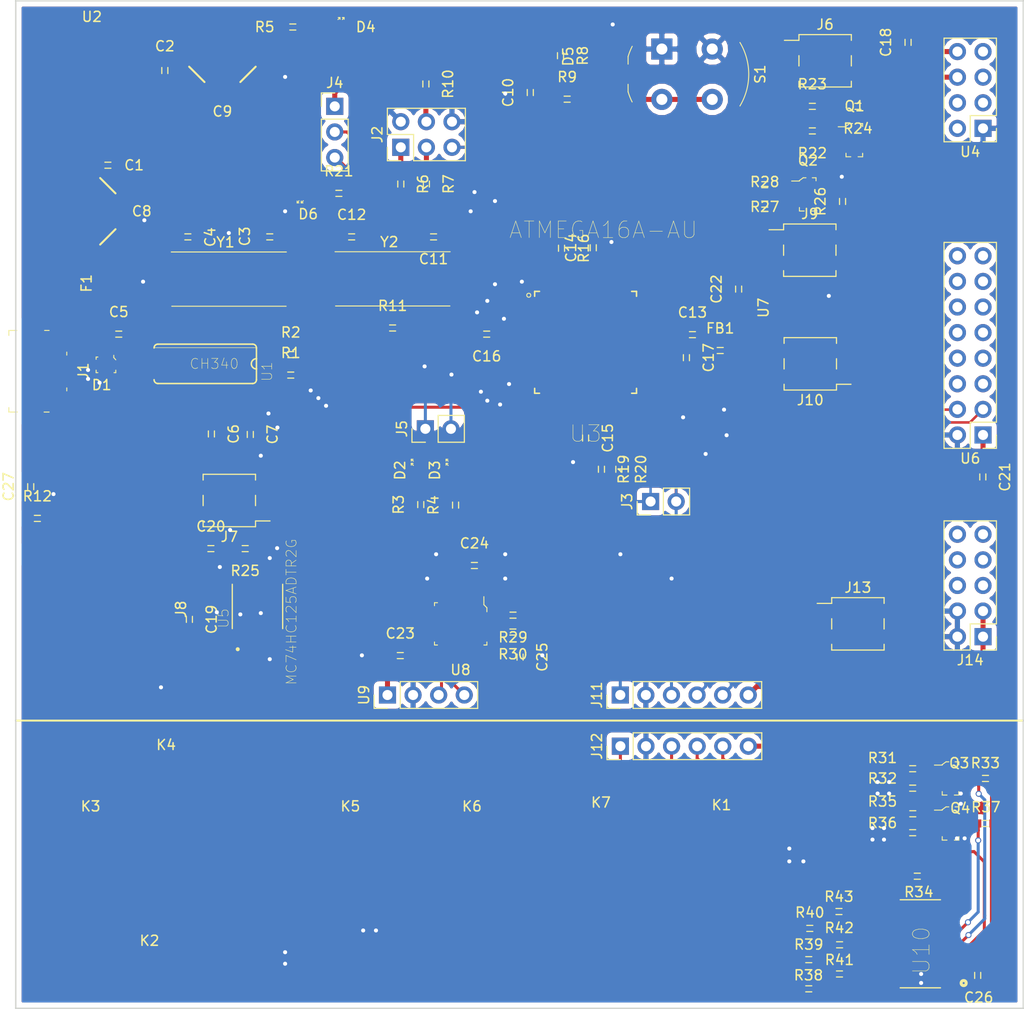
<source format=kicad_pcb>
(kicad_pcb (version 20171130) (host pcbnew "(5.0.0)")
  (layers (0 F.Cu signal) (31 B.Cu signal) (34 B.Paste user) (35 F.Paste user) (36 B.SilkS user) (37 F.SilkS user) (38 B.Mask user) (39 F.Mask user) (44 Edge.Cuts user))
  (net 0 "")
  (net 1 GND)
  (net 2 /Display/VDD_5V0)
  (net 3 /Camera/VDD_3V3)
  (net 4 "Net-(C3-Pad1)")
  (net 5 "Net-(C4-Pad1)")
  (net 6 "Net-(C5-Pad1)")
  (net 7 /Input_Interface/SPI_RST)
  (net 8 "Net-(C6-Pad1)")
  (net 9 "Net-(C11-Pad1)")
  (net 10 "Net-(C12-Pad1)")
  (net 11 "Net-(C13-Pad1)")
  (net 12 "Net-(C17-Pad1)")
  (net 13 /Wifi/VDD_3V3_IN)
  (net 14 /Microcontroller/CS)
  (net 15 /Camera/VDD_3V3_IN)
  (net 16 /Keypad/QP_GND)
  (net 17 /Keypad/VDD_3V3)
  (net 18 /Memory/_SD_DET)
  (net 19 /Input_Interface/USB_DN)
  (net 20 /Input_Interface/USB_DP)
  (net 21 "Net-(D2-Pad2)")
  (net 22 /Microcontroller/SPI_RX)
  (net 23 /Input_Interface/SPI_RX)
  (net 24 "Net-(D3-Pad2)")
  (net 25 "Net-(D4-Pad2)")
  (net 26 "Net-(D6-Pad2)")
  (net 27 "Net-(J2-Pad4)")
  (net 28 "Net-(J2-Pad3)")
  (net 29 "Net-(J2-Pad1)")
  (net 30 /Camera/SCL_3V3)
  (net 31 /Camera/SDA_3V3)
  (net 32 /Microcontroller/MISO)
  (net 33 /Memory/SD_DATA_OUT)
  (net 34 /Memory/SD_DATA_IN)
  (net 35 /Memory/SD_CS_IN)
  (net 36 "Net-(J10-Pad4)")
  (net 37 "Net-(J10-Pad1)")
  (net 38 /Camera/CAM_CLK)
  (net 39 /Microcontroller/QT_CHN)
  (net 40 /Microcontroller/QT_RST)
  (net 41 /Keypad/QT_RST)
  (net 42 /Keypad/QT_CHN)
  (net 43 /Keypad/SCL_3V3)
  (net 44 /Keypad/SDA_3V3)
  (net 45 /Motor/VDD_3V3_CON_IN)
  (net 46 /Microcontroller/M_EN)
  (net 47 /Microcontroller/SENSOR2)
  (net 48 /Microcontroller/M_DIR)
  (net 49 /Microcontroller/SENSOR1)
  (net 50 /Microcontroller/M_PWM)
  (net 51 "Net-(K1-Pad1)")
  (net 52 "Net-(K2-Pad1)")
  (net 53 "Net-(K3-Pad1)")
  (net 54 "Net-(K4-Pad1)")
  (net 55 "Net-(K5-Pad1)")
  (net 56 "Net-(K6-Pad1)")
  (net 57 "Net-(K7-Pad1)")
  (net 58 "Net-(Q1-Pad3)")
  (net 59 "Net-(Q1-Pad1)")
  (net 60 "Net-(Q2-Pad3)")
  (net 61 "Net-(Q2-Pad1)")
  (net 62 "Net-(Q3-Pad1)")
  (net 63 /Keypad/_QT_RST_IN)
  (net 64 "Net-(Q4-Pad1)")
  (net 65 /Keypad/_QT_CHN_IN)
  (net 66 "Net-(R1-Pad1)")
  (net 67 "Net-(R2-Pad1)")
  (net 68 "Net-(R9-Pad2)")
  (net 69 "Net-(R16-Pad2)")
  (net 70 /Microcontroller/WIFI_RST)
  (net 71 /Camera/CAM_XCLK_CTL)
  (net 72 /Display/SDA_5V0)
  (net 73 /Display/SCL_5V0)
  (net 74 "Net-(R34-Pad1)")
  (net 75 "Net-(R38-Pad2)")
  (net 76 "Net-(R39-Pad2)")
  (net 77 "Net-(R40-Pad2)")
  (net 78 "Net-(R41-Pad2)")
  (net 79 "Net-(R42-Pad2)")
  (net 80 "Net-(R43-Pad2)")
  (net 81 /Camera/CAM_VSYNC)
  (net 82 /Camera/CAM_HSYNC)
  (net 83 /Camera/CAM_PCLK)
  (net 84 /Camera/CAM_D7)
  (net 85 /Camera/CAM_D6)
  (net 86 /Camera/CAM_D5)
  (net 87 /Camera/CAM_D4)
  (net 88 /Camera/CAM_D3)
  (net 89 /Camera/CAM_D2)
  (net 90 /Camera/CAM_D1)
  (net 91 /Camera/CAM_D0)
  (net 92 /Microcontroller/WIFI_EN)
  (net 93 /Microcontroller/SCK)
  (net 94 /Microcontroller/MOSI)
  (net 95 /Memory/VDD_3V3_IN)
  (module digikey-footprints:USB_Micro_B_Female_10118192 (layer F.Cu) (at 21.717 56.769 270)
    (fp_text reference J1 (at 0 -5 270) (layer F.SilkS))
    (fp_text value 10118192-0001LF)
    (pad 3 smd rect (at 0 -2.675 270) (size 0.4 1.35) (layers F.Cu F.Paste F.Mask) (net 20 /Input_Interface/USB_DP))
    (pad 2 smd rect (at -0.65 -2.675 270) (size 0.4 1.35) (layers F.Cu F.Paste F.Mask) (net 19 /Input_Interface/USB_DN))
    (pad 5 smd rect (at 1.3 -2.675 270) (size 0.4 1.35) (layers F.Cu F.Paste F.Mask) (net 1 GND))
    (pad 4 smd rect (at 0.65 -2.675 270) (size 0.4 1.35) (layers F.Cu F.Paste F.Mask))
    (pad 1 smd rect (at -1.3 -2.675 270) (size 0.4 1.35) (layers F.Cu F.Paste F.Mask) (net 6 "Net-(C5-Pad1)"))
    (pad SH smd rect (at 3.1 -2.55 270) (size 2.1 1.6) (layers F.Cu F.Paste F.Mask) (net 1 GND))
    (pad SH smd rect (at -3.1 -2.55 270) (size 2.1 1.6) (layers F.Cu F.Paste F.Mask) (net 1 GND))
    (pad SH smd rect (at 1.2 0 270) (size 1.9 1.9) (layers F.Cu F.Paste F.Mask) (net 1 GND))
    (pad SH smd rect (at -1.2 0 270) (size 1.9 1.9) (layers F.Cu F.Paste F.Mask) (net 1 GND))
    (pad SH smd rect (at 3.8 0 270) (size 1.8 1.9) (layers F.Cu F.Paste F.Mask) (net 1 GND))
    (pad SH smd rect (at -3.8 0 270) (size 1.8 1.9) (layers F.Cu F.Paste F.Mask) (net 1 GND))
  )
  (module custom-footprints:SO16 (layer F.Cu) (at 38.8112 56.0324 180)
    (fp_text reference U1 (at -6.12819 -0.766021 270) (layer F.SilkS) (effects (font (size 1.00528 1.00528) (thickness 0.05))))
    (fp_text value CH340 (at -0.891359 0.000003 180) (layer F.SilkS) (effects (font (size 1.00263 1.00263) (thickness 0.05))))
    (pad 1 smd rect (at -4.445 3.0734 180) (size 0.6604 2.032) (layers F.Cu F.Paste F.Mask) (net 1 GND))
    (pad 16 smd rect (at -4.445 -3.0734 180) (size 0.6604 2.032) (layers F.Cu F.Paste F.Mask) (net 3 /Camera/VDD_3V3))
    (pad 2 smd rect (at -3.175 3.0734 180) (size 0.6604 2.032) (layers F.Cu F.Paste F.Mask) (net 67 "Net-(R2-Pad1)"))
    (pad 3 smd rect (at -1.905 3.0734 180) (size 0.6604 2.032) (layers F.Cu F.Paste F.Mask) (net 66 "Net-(R1-Pad1)"))
    (pad 15 smd rect (at -3.175 -3.0734 180) (size 0.6604 2.032) (layers F.Cu F.Paste F.Mask))
    (pad 14 smd rect (at -1.905 -3.0734 180) (size 0.6604 2.032) (layers F.Cu F.Paste F.Mask))
    (pad 4 smd rect (at -0.635 3.0734 180) (size 0.6604 2.032) (layers F.Cu F.Paste F.Mask) (net 3 /Camera/VDD_3V3))
    (pad 13 smd rect (at -0.635 -3.0734 180) (size 0.6604 2.032) (layers F.Cu F.Paste F.Mask) (net 8 "Net-(C6-Pad1)"))
    (pad 5 smd rect (at 0.635 3.0734 180) (size 0.6604 2.032) (layers F.Cu F.Paste F.Mask) (net 20 /Input_Interface/USB_DP))
    (pad 12 smd rect (at 0.635 -3.0734 180) (size 0.6604 2.032) (layers F.Cu F.Paste F.Mask))
    (pad 6 smd rect (at 1.905 3.0734 180) (size 0.6604 2.032) (layers F.Cu F.Paste F.Mask) (net 19 /Input_Interface/USB_DN))
    (pad 7 smd rect (at 3.175 3.0734 180) (size 0.6604 2.032) (layers F.Cu F.Paste F.Mask) (net 4 "Net-(C3-Pad1)"))
    (pad 11 smd rect (at 1.905 -3.0734 180) (size 0.6604 2.032) (layers F.Cu F.Paste F.Mask))
    (pad 10 smd rect (at 3.175 -3.0734 180) (size 0.6604 2.032) (layers F.Cu F.Paste F.Mask))
    (pad 8 smd rect (at 4.445 3.0734 180) (size 0.6604 2.032) (layers F.Cu F.Paste F.Mask) (net 5 "Net-(C4-Pad1)"))
    (pad 9 smd rect (at 4.445 -3.0734 180) (size 0.6604 2.032) (layers F.Cu F.Paste F.Mask))
  )
  (module digikey-footprints:0603 (layer F.Cu) (at 45.212 43.434 180)
    (fp_text reference C3 (at 2.475 0.0508 270) (layer F.SilkS))
    (fp_text value 27p)
    (pad 2 smd rect (at 0.7 0 180) (size 0.6 0.8) (layers F.Cu F.Paste F.Mask) (net 1 GND))
    (pad 1 smd rect (at -0.7 0 180) (size 0.6 0.8) (layers F.Cu F.Paste F.Mask) (net 4 "Net-(C3-Pad1)"))
  )
  (module digikey-footprints:0603 (layer F.Cu) (at 37.084 43.434)
    (fp_text reference C4 (at 2.221 0.0254 90) (layer F.SilkS))
    (fp_text value 22p)
    (pad 1 smd rect (at -0.7 0) (size 0.6 0.8) (layers F.Cu F.Paste F.Mask) (net 5 "Net-(C4-Pad1)"))
    (pad 2 smd rect (at 0.7 0) (size 0.6 0.8) (layers F.Cu F.Paste F.Mask) (net 1 GND))
  )
  (module digikey-footprints:0603 (layer F.Cu) (at 30.226 53.086)
    (fp_text reference C5 (at 0 -2.2) (layer F.SilkS))
    (fp_text value 100n)
    (pad 2 smd rect (at 0.7 0) (size 0.6 0.8) (layers F.Cu F.Paste F.Mask) (net 1 GND))
    (pad 1 smd rect (at -0.7 0) (size 0.6 0.8) (layers F.Cu F.Paste F.Mask) (net 6 "Net-(C5-Pad1)"))
  )
  (module digikey-footprints:0603 (layer F.Cu) (at 39.4208 62.992 270)
    (fp_text reference C6 (at 0 -2.2 270) (layer F.SilkS))
    (fp_text value 100n)
    (pad 2 smd rect (at 0.7 0 270) (size 0.6 0.8) (layers F.Cu F.Paste F.Mask) (net 7 /Input_Interface/SPI_RST))
    (pad 1 smd rect (at -0.7 0 270) (size 0.6 0.8) (layers F.Cu F.Paste F.Mask) (net 8 "Net-(C6-Pad1)"))
  )
  (module digikey-footprints:0603 (layer F.Cu) (at 43.2816 63.0428 270)
    (fp_text reference C7 (at 0 -2.2 270) (layer F.SilkS))
    (fp_text value 100n)
    (pad 1 smd rect (at -0.7 0 270) (size 0.6 0.8) (layers F.Cu F.Paste F.Mask) (net 3 /Camera/VDD_3V3))
    (pad 2 smd rect (at 0.7 0 270) (size 0.6 0.8) (layers F.Cu F.Paste F.Mask) (net 1 GND))
  )
  (module custom-footprints:PANASONIC_AL_SMD_D_D8 (layer F.Cu) (at 27.364 40.894 90)
    (fp_text reference C8 (at 0 5.148 180) (layer F.SilkS))
    (fp_text value EEE1VA470WP)
    (pad 2 smd rect (at 0 -2.1 90) (size 1.6 3.2) (layers F.Cu F.Paste F.Mask) (net 1 GND))
    (pad 1 smd rect (at 0 2.1 90) (size 1.6 3.2) (layers F.Cu F.Paste F.Mask) (net 2 /Display/VDD_5V0))
  )
  (module custom-footprints:PANASONIC_AL_SMD_D_D8 (layer F.Cu) (at 40.513 25.527)
    (fp_text reference C9 (at 0 5.461) (layer F.SilkS))
    (fp_text value EEE1VA470WP)
    (pad 1 smd rect (at 0 2.1) (size 1.6 3.2) (layers F.Cu F.Paste F.Mask) (net 3 /Camera/VDD_3V3))
    (pad 2 smd rect (at 0 -2.1) (size 1.6 3.2) (layers F.Cu F.Paste F.Mask) (net 1 GND))
  )
  (module digikey-footprints:0603 (layer F.Cu) (at 71.0692 29.1084 90)
    (fp_text reference C10 (at 0 -2.2 90) (layer F.SilkS))
    (fp_text value 100n)
    (pad 1 smd rect (at -0.7 0 90) (size 0.6 0.8) (layers F.Cu F.Paste F.Mask) (net 7 /Input_Interface/SPI_RST))
    (pad 2 smd rect (at 0.7 0 90) (size 0.6 0.8) (layers F.Cu F.Paste F.Mask) (net 1 GND))
  )
  (module digikey-footprints:0603 (layer F.Cu) (at 61.468 43.434 180)
    (fp_text reference C11 (at 0 -2.2 180) (layer F.SilkS))
    (fp_text value 27p)
    (pad 1 smd rect (at -0.7 0 180) (size 0.6 0.8) (layers F.Cu F.Paste F.Mask) (net 9 "Net-(C11-Pad1)"))
    (pad 2 smd rect (at 0.7 0 180) (size 0.6 0.8) (layers F.Cu F.Paste F.Mask) (net 1 GND))
  )
  (module digikey-footprints:0603 (layer F.Cu) (at 53.34 43.434)
    (fp_text reference C12 (at 0 -2.2) (layer F.SilkS))
    (fp_text value 27p)
    (pad 2 smd rect (at 0.7 0) (size 0.6 0.8) (layers F.Cu F.Paste F.Mask) (net 1 GND))
    (pad 1 smd rect (at -0.7 0) (size 0.6 0.8) (layers F.Cu F.Paste F.Mask) (net 10 "Net-(C12-Pad1)"))
  )
  (module digikey-footprints:0603 (layer F.Cu) (at 87.1616 53.1368)
    (fp_text reference C13 (at 0 -2.2) (layer F.SilkS))
    (fp_text value 100n)
    (pad 1 smd rect (at -0.7 0) (size 0.6 0.8) (layers F.Cu F.Paste F.Mask) (net 11 "Net-(C13-Pad1)"))
    (pad 2 smd rect (at 0.7 0) (size 0.6 0.8) (layers F.Cu F.Paste F.Mask) (net 1 GND))
  )
  (module digikey-footprints:0603 (layer F.Cu) (at 77.3176 44.512 90)
    (fp_text reference C14 (at 0 -2.2 90) (layer F.SilkS))
    (fp_text value 100n)
    (pad 2 smd rect (at 0.7 0 90) (size 0.6 0.8) (layers F.Cu F.Paste F.Mask) (net 1 GND))
    (pad 1 smd rect (at -0.7 0 90) (size 0.6 0.8) (layers F.Cu F.Paste F.Mask) (net 3 /Camera/VDD_3V3))
  )
  (module digikey-footprints:0603 (layer F.Cu) (at 76.5556 63.3984 270)
    (fp_text reference C15 (at 0 -2.2 270) (layer F.SilkS))
    (fp_text value 100n)
    (pad 2 smd rect (at 0.7 0 270) (size 0.6 0.8) (layers F.Cu F.Paste F.Mask) (net 1 GND))
    (pad 1 smd rect (at -0.7 0 270) (size 0.6 0.8) (layers F.Cu F.Paste F.Mask) (net 3 /Camera/VDD_3V3))
  )
  (module digikey-footprints:0603 (layer F.Cu) (at 66.74 53.086 180)
    (fp_text reference C16 (at 0 -2.2 180) (layer F.SilkS))
    (fp_text value 100n)
    (pad 2 smd rect (at 0.7 0 180) (size 0.6 0.8) (layers F.Cu F.Paste F.Mask) (net 1 GND))
    (pad 1 smd rect (at -0.7 0 180) (size 0.6 0.8) (layers F.Cu F.Paste F.Mask) (net 3 /Camera/VDD_3V3))
  )
  (module digikey-footprints:0603 (layer F.Cu) (at 86.5632 55.4228 270)
    (fp_text reference C17 (at 0 -2.2 270) (layer F.SilkS))
    (fp_text value 100n)
    (pad 1 smd rect (at -0.7 0 270) (size 0.6 0.8) (layers F.Cu F.Paste F.Mask) (net 12 "Net-(C17-Pad1)"))
    (pad 2 smd rect (at 0.7 0 270) (size 0.6 0.8) (layers F.Cu F.Paste F.Mask) (net 1 GND))
  )
  (module digikey-footprints:0603 (layer F.Cu) (at 108.5596 24.13 90)
    (fp_text reference C18 (at 0 -2.2 90) (layer F.SilkS))
    (fp_text value 100n)
    (pad 2 smd rect (at 0.7 0 90) (size 0.6 0.8) (layers F.Cu F.Paste F.Mask) (net 1 GND))
    (pad 1 smd rect (at -0.7 0 90) (size 0.6 0.8) (layers F.Cu F.Paste F.Mask) (net 13 /Wifi/VDD_3V3_IN))
  )
  (module digikey-footprints:0603 (layer F.Cu) (at 37.2364 81.3928 270)
    (fp_text reference C19 (at 0 -2.2 270) (layer F.SilkS))
    (fp_text value 100n)
    (pad 1 smd rect (at -0.7 0 270) (size 0.6 0.8) (layers F.Cu F.Paste F.Mask) (net 95 /Memory/VDD_3V3_IN))
    (pad 2 smd rect (at 0.7 0 270) (size 0.6 0.8) (layers F.Cu F.Paste F.Mask) (net 1 GND))
  )
  (module digikey-footprints:0603 (layer F.Cu) (at 39.37 74.3712)
    (fp_text reference C20 (at 0 -2.2) (layer F.SilkS))
    (fp_text value 100n)
    (pad 2 smd rect (at 0.7 0) (size 0.6 0.8) (layers F.Cu F.Paste F.Mask) (net 95 /Memory/VDD_3V3_IN))
    (pad 1 smd rect (at -0.7 0) (size 0.6 0.8) (layers F.Cu F.Paste F.Mask) (net 1 GND))
  )
  (module digikey-footprints:0603 (layer F.Cu) (at 115.9764 67.2592 270)
    (fp_text reference C21 (at 0 -2.2 270) (layer F.SilkS))
    (fp_text value 100n)
    (pad 1 smd rect (at -0.7 0 270) (size 0.6 0.8) (layers F.Cu F.Paste F.Mask) (net 15 /Camera/VDD_3V3_IN))
    (pad 2 smd rect (at 0.7 0 270) (size 0.6 0.8) (layers F.Cu F.Paste F.Mask) (net 1 GND))
  )
  (module digikey-footprints:0603 (layer F.Cu) (at 91.7448 48.6156 90)
    (fp_text reference C22 (at 0 -2.2 90) (layer F.SilkS))
    (fp_text value 100n)
    (pad 2 smd rect (at 0.7 0 90) (size 0.6 0.8) (layers F.Cu F.Paste F.Mask) (net 1 GND))
    (pad 1 smd rect (at -0.7 0 90) (size 0.6 0.8) (layers F.Cu F.Paste F.Mask) (net 15 /Camera/VDD_3V3_IN))
  )
  (module digikey-footprints:0603 (layer F.Cu) (at 58.166 84.9884)
    (fp_text reference C23 (at 0 -2.2) (layer F.SilkS))
    (fp_text value 100n)
    (pad 2 smd rect (at 0.7 0) (size 0.6 0.8) (layers F.Cu F.Paste F.Mask) (net 1 GND))
    (pad 1 smd rect (at -0.7 0) (size 0.6 0.8) (layers F.Cu F.Paste F.Mask) (net 2 /Display/VDD_5V0))
  )
  (module digikey-footprints:0603 (layer F.Cu) (at 65.5208 76.0476)
    (fp_text reference C24 (at 0 -2.2) (layer F.SilkS))
    (fp_text value 100n)
    (pad 2 smd rect (at 0.7 0) (size 0.6 0.8) (layers F.Cu F.Paste F.Mask) (net 1 GND))
    (pad 1 smd rect (at -0.7 0) (size 0.6 0.8) (layers F.Cu F.Paste F.Mask) (net 3 /Camera/VDD_3V3))
  )
  (module digikey-footprints:0603 (layer F.Cu) (at 70.0532 85.1408 270)
    (fp_text reference C25 (at 0 -2.2 270) (layer F.SilkS))
    (fp_text value 100n)
    (pad 1 smd rect (at -0.7 0 270) (size 0.6 0.8) (layers F.Cu F.Paste F.Mask) (net 2 /Display/VDD_5V0))
    (pad 2 smd rect (at 0.7 0 270) (size 0.6 0.8) (layers F.Cu F.Paste F.Mask) (net 1 GND))
  )
  (module digikey-footprints:0603 (layer F.Cu) (at 115.4684 116.7272 90)
    (fp_text reference C26 (at -2.1956 0.1016 180) (layer F.SilkS))
    (fp_text value 100n)
    (pad 2 smd rect (at 0.7 0 90) (size 0.6 0.8) (layers F.Cu F.Paste F.Mask) (net 16 /Keypad/QP_GND))
    (pad 1 smd rect (at -0.7 0 90) (size 0.6 0.8) (layers F.Cu F.Paste F.Mask) (net 17 /Keypad/VDD_3V3))
  )
  (module digikey-footprints:0603 (layer F.Cu) (at 21.4884 68.2244 90)
    (fp_text reference C27 (at 0 -2.2 90) (layer F.SilkS))
    (fp_text value 100n)
    (pad 1 smd rect (at -0.7 0 90) (size 0.6 0.8) (layers F.Cu F.Paste F.Mask) (net 18 /Memory/_SD_DET))
    (pad 2 smd rect (at 0.7 0 90) (size 0.6 0.8) (layers F.Cu F.Paste F.Mask) (net 1 GND))
  )
  (module digikey-footprints:SOT-553 (layer F.Cu) (at 28.956 56.134 180)
    (fp_text reference D1 (at 0.425 -2 180) (layer F.SilkS))
    (fp_text value TPD2E001DRLR)
    (pad 3 smd rect (at 0.5 0.725 180) (size 0.4 0.55) (layers F.Cu F.Paste F.Mask) (net 19 /Input_Interface/USB_DN))
    (pad 2 smd rect (at 0 0.725 180) (size 0.4 0.55) (layers F.Cu F.Paste F.Mask))
    (pad 1 smd rect (at -0.5 0.725 180) (size 0.4 0.55) (layers F.Cu F.Paste F.Mask) (net 6 "Net-(C5-Pad1)"))
    (pad 5 smd rect (at -0.5 -0.725 180) (size 0.4 0.55) (layers F.Cu F.Paste F.Mask) (net 20 /Input_Interface/USB_DP))
    (pad 4 smd rect (at 0.5 -0.725 180) (size 0.4 0.55) (layers F.Cu F.Paste F.Mask) (net 1 GND))
  )
  (module custom-footprints:LED_APG1608 (layer F.Cu) (at 60.198 66.3448 270)
    (fp_text reference D2 (at 0.254 2.0574 270) (layer F.SilkS))
    (fp_text value APG1608CGKC/T)
    (pad 2 smd rect (at 0.825 0 270) (size 0.8 0.8) (layers F.Cu F.Paste F.Mask) (net 21 "Net-(D2-Pad2)"))
    (pad 1 smd rect (at -0.825 0 270) (size 0.8 0.8) (layers F.Cu F.Paste F.Mask) (net 22 /Microcontroller/SPI_RX))
  )
  (module custom-footprints:LED_APG1608 (layer F.Cu) (at 63.6524 66.3448 270)
    (fp_text reference D3 (at 0.254 2.0574 270) (layer F.SilkS))
    (fp_text value APG1608SYKC/T)
    (pad 1 smd rect (at -0.825 0 270) (size 0.8 0.8) (layers F.Cu F.Paste F.Mask) (net 23 /Input_Interface/SPI_RX))
    (pad 2 smd rect (at 0.825 0 270) (size 0.8 0.8) (layers F.Cu F.Paste F.Mask) (net 24 "Net-(D3-Pad2)"))
  )
  (module custom-footprints:LED_APG1608 (layer F.Cu) (at 51.753 22.606 180)
    (fp_text reference D4 (at -2.984 0 180) (layer F.SilkS))
    (fp_text value APG1608SURKC/T)
    (pad 2 smd rect (at 0.825 0 180) (size 0.8 0.8) (layers F.Cu F.Paste F.Mask) (net 25 "Net-(D4-Pad2)"))
    (pad 1 smd rect (at -0.825 0 180) (size 0.8 0.8) (layers F.Cu F.Paste F.Mask) (net 1 GND))
  )
  (module "custom-footprints:SOT−23_(TO−236)" (layer F.Cu) (at 77.6224 25.5016 270)
    (fp_text reference D5 (at 0.0254 2.794 270) (layer F.SilkS))
    (fp_text value BZX84C3V3LT1G)
    (pad 1 smd rect (at -0.95 1 270) (size 0.8 0.9) (layers F.Cu F.Paste F.Mask) (net 3 /Camera/VDD_3V3))
    (pad 3 smd rect (at 0 -1 270) (size 0.8 0.9) (layers F.Cu F.Paste F.Mask))
    (pad 2 smd rect (at 0.95 1 270) (size 0.8 0.9) (layers F.Cu F.Paste F.Mask) (net 7 /Input_Interface/SPI_RST))
  )
  (module custom-footprints:LED_APG1608 (layer F.Cu) (at 48.768 39.116)
    (fp_text reference D6 (at 0.254 2.0574) (layer F.SilkS))
    (fp_text value APG1608SYKC/T)
    (pad 1 smd rect (at -0.825 0) (size 0.8 0.8) (layers F.Cu F.Paste F.Mask) (net 1 GND))
    (pad 2 smd rect (at 0.825 0) (size 0.8 0.8) (layers F.Cu F.Paste F.Mask) (net 26 "Net-(D6-Pad2)"))
  )
  (module custom-footprints:PTC_MF-MSMF (layer F.Cu) (at 29.464 48.065 270)
    (fp_text reference F1 (at -0.0254 2.4384 270) (layer F.SilkS))
    (fp_text value MF-MSMF075/24)
    (pad 1 smd rect (at -2.1 0 270) (size 1.5 3.2) (layers F.Cu F.Paste F.Mask) (net 2 /Display/VDD_5V0))
    (pad 2 smd rect (at 2.1 0 270) (size 1.5 3.2) (layers F.Cu F.Paste F.Mask) (net 6 "Net-(C5-Pad1)"))
  )
  (module digikey-footprints:0603 (layer F.Cu) (at 89.916 54.7116)
    (fp_text reference FB1 (at 0 -2.2) (layer F.SilkS))
    (fp_text value BLM18PG121SN1D)
    (pad 2 smd rect (at 0.7 0) (size 0.6 0.8) (layers F.Cu F.Paste F.Mask) (net 3 /Camera/VDD_3V3))
    (pad 1 smd rect (at -0.7 0) (size 0.6 0.8) (layers F.Cu F.Paste F.Mask) (net 12 "Net-(C17-Pad1)"))
  )
  (module Pin_Headers:Pin_Header_Straight_2x03_Pitch2.54mm (layer F.Cu) (at 58.2168 34.544 90)
    (fp_text reference J2 (at 1.27 -2.33 90) (layer F.SilkS))
    (fp_text value Conn_02x03_Odd_Even)
    (pad 6 thru_hole oval (at 2.54 5.08 90) (size 1.7 1.7) (drill 1) (layers *.Cu *.Mask) (net 1 GND))
    (pad 5 thru_hole oval (at 0 5.08 90) (size 1.7 1.7) (drill 1) (layers *.Cu *.Mask) (net 7 /Input_Interface/SPI_RST))
    (pad 4 thru_hole oval (at 2.54 2.54 90) (size 1.7 1.7) (drill 1) (layers *.Cu *.Mask) (net 27 "Net-(J2-Pad4)"))
    (pad 3 thru_hole oval (at 0 2.54 90) (size 1.7 1.7) (drill 1) (layers *.Cu *.Mask) (net 28 "Net-(J2-Pad3)"))
    (pad 2 thru_hole oval (at 2.54 0 90) (size 1.7 1.7) (drill 1) (layers *.Cu *.Mask) (net 3 /Camera/VDD_3V3))
    (pad 1 thru_hole rect (at 0 0 90) (size 1.7 1.7) (drill 1) (layers *.Cu *.Mask) (net 29 "Net-(J2-Pad1)"))
  )
  (module Pin_Headers:Pin_Header_Straight_1x02_Pitch2.54mm (layer F.Cu) (at 83.0072 69.6976 90)
    (fp_text reference J3 (at 0 -2.33 90) (layer F.SilkS))
    (fp_text value Conn_01x02)
    (pad 1 thru_hole rect (at 0 0 90) (size 1.7 1.7) (drill 1) (layers *.Cu *.Mask) (net 30 /Camera/SCL_3V3))
    (pad 2 thru_hole oval (at 0 2.54 90) (size 1.7 1.7) (drill 1) (layers *.Cu *.Mask) (net 31 /Camera/SDA_3V3))
  )
  (module Pin_Headers:Pin_Header_Straight_1x03_Pitch2.54mm (layer F.Cu) (at 51.6636 30.48)
    (fp_text reference J4 (at 0 -2.33) (layer F.SilkS))
    (fp_text value Conn_01x03)
    (pad 3 thru_hole oval (at 0 5.08) (size 1.7 1.7) (drill 1) (layers *.Cu *.Mask) (net 93 /Microcontroller/SCK))
    (pad 2 thru_hole oval (at 0 2.54) (size 1.7 1.7) (drill 1) (layers *.Cu *.Mask) (net 32 /Microcontroller/MISO))
    (pad 1 thru_hole rect (at 0 0) (size 1.7 1.7) (drill 1) (layers *.Cu *.Mask) (net 94 /Microcontroller/MOSI))
  )
  (module Pin_Headers:Pin_Header_Straight_1x02_Pitch2.54mm (layer F.Cu) (at 60.6552 62.484 90)
    (fp_text reference J5 (at 0 -2.33 90) (layer F.SilkS))
    (fp_text value Conn_01x02)
    (pad 2 thru_hole oval (at 0 2.54 90) (size 1.7 1.7) (drill 1) (layers *.Cu *.Mask) (net 23 /Input_Interface/SPI_RX))
    (pad 1 thru_hole rect (at 0 0 90) (size 1.7 1.7) (drill 1) (layers *.Cu *.Mask) (net 22 /Microcontroller/SPI_RX))
  )
  (module Pin_Headers:Pin_Header_Straight_2x02_Pitch2.54mm_SMD (layer F.Cu) (at 100.33 25.9588)
    (fp_text reference J6 (at 0 -3.6) (layer F.SilkS))
    (fp_text value Conn_02x02_Odd_Even)
    (pad 1 smd rect (at -2.525 -1.27) (size 3.15 1) (layers F.Cu F.Paste F.Mask) (net 3 /Camera/VDD_3V3))
    (pad 2 smd rect (at 2.525 -1.27) (size 3.15 1) (layers F.Cu F.Paste F.Mask) (net 13 /Wifi/VDD_3V3_IN))
    (pad 3 smd rect (at -2.525 1.27) (size 3.15 1) (layers F.Cu F.Paste F.Mask) (net 3 /Camera/VDD_3V3))
    (pad 4 smd rect (at 2.525 1.27) (size 3.15 1) (layers F.Cu F.Paste F.Mask) (net 13 /Wifi/VDD_3V3_IN))
  )
  (module Pin_Headers:Pin_Header_Straight_2x02_Pitch2.54mm_SMD (layer F.Cu) (at 41.1988 69.596 180)
    (fp_text reference J7 (at 0 -3.6 180) (layer F.SilkS))
    (fp_text value Conn_02x02_Odd_Even)
    (pad 4 smd rect (at 2.525 1.27 180) (size 3.15 1) (layers F.Cu F.Paste F.Mask) (net 95 /Memory/VDD_3V3_IN))
    (pad 3 smd rect (at -2.525 1.27 180) (size 3.15 1) (layers F.Cu F.Paste F.Mask) (net 3 /Camera/VDD_3V3))
    (pad 2 smd rect (at 2.525 -1.27 180) (size 3.15 1) (layers F.Cu F.Paste F.Mask) (net 95 /Memory/VDD_3V3_IN))
    (pad 1 smd rect (at -2.525 -1.27 180) (size 3.15 1) (layers F.Cu F.Paste F.Mask) (net 3 /Camera/VDD_3V3))
  )
  (module custom-footprints:DM3D-SF (layer F.Cu) (at 32.131 80.647 90)
    (fp_text reference J8 (at 0.254 4.2672 90) (layer F.SilkS))
    (fp_text value DM3D-SF)
    (pad 4 smd rect (at 0 0 90) (size 0.7 1.75) (layers F.Cu F.Paste F.Mask) (net 95 /Memory/VDD_3V3_IN))
    (pad 5 smd rect (at -1.1 0 90) (size 0.7 1.75) (layers F.Cu F.Paste F.Mask))
    (pad 6 smd rect (at -2.2 0 90) (size 0.7 1.75) (layers F.Cu F.Paste F.Mask) (net 1 GND))
    (pad 7 smd rect (at -3.3 0 90) (size 0.7 1.75) (layers F.Cu F.Paste F.Mask) (net 33 /Memory/SD_DATA_OUT))
    (pad 3 smd rect (at 1.1 0 90) (size 0.7 1.75) (layers F.Cu F.Paste F.Mask) (net 34 /Memory/SD_DATA_IN))
    (pad 2 smd rect (at 2.2 0 90) (size 0.7 1.75) (layers F.Cu F.Paste F.Mask) (net 35 /Memory/SD_CS_IN))
    (pad 1 smd rect (at 3.3 0 90) (size 0.7 1.75) (layers F.Cu F.Paste F.Mask))
    (pad 8 smd rect (at -4.4 0 90) (size 0.7 1.75) (layers F.Cu F.Paste F.Mask))
    (pad 11 smd rect (at 5.75 -0.125 90) (size 1.5 1.5) (layers F.Cu F.Paste F.Mask) (net 1 GND))
    (pad 11 smd rect (at -5.6 -0.125 90) (size 1.3 1.5) (layers F.Cu F.Paste F.Mask) (net 1 GND))
    (pad 11 smd rect (at -5.85 -7.725 90) (size 0.8 1.5) (layers F.Cu F.Paste F.Mask) (net 1 GND))
    (pad 11 smd rect (at 6.1 -8.25 90) (size 0.8 1.4) (layers F.Cu F.Paste F.Mask) (net 1 GND))
    (pad 10 smd rect (at 5.7 -10.675 90) (size 1 1.55) (layers F.Cu F.Paste F.Mask) (net 18 /Memory/_SD_DET))
    (pad 9 smd rect (at -5.525 -9.225 90) (size 1.45 1) (layers F.Cu F.Paste F.Mask) (net 1 GND))
  )
  (module Pin_Headers:Pin_Header_Straight_2x02_Pitch2.54mm_SMD (layer F.Cu) (at 98.806 44.7548)
    (fp_text reference J9 (at 0 -3.6) (layer F.SilkS))
    (fp_text value Conn_02x02_Odd_Even)
    (pad 1 smd rect (at -2.525 -1.27) (size 3.15 1) (layers F.Cu F.Paste F.Mask) (net 3 /Camera/VDD_3V3))
    (pad 2 smd rect (at 2.525 -1.27) (size 3.15 1) (layers F.Cu F.Paste F.Mask) (net 15 /Camera/VDD_3V3_IN))
    (pad 3 smd rect (at -2.525 1.27) (size 3.15 1) (layers F.Cu F.Paste F.Mask) (net 3 /Camera/VDD_3V3))
    (pad 4 smd rect (at 2.525 1.27) (size 3.15 1) (layers F.Cu F.Paste F.Mask) (net 15 /Camera/VDD_3V3_IN))
  )
  (module Pin_Headers:Pin_Header_Straight_2x02_Pitch2.54mm_SMD (layer F.Cu) (at 98.8568 56.0324 180)
    (fp_text reference J10 (at 0 -3.6 180) (layer F.SilkS))
    (fp_text value Conn_02x02_Odd_Even)
    (pad 4 smd rect (at 2.525 1.27 180) (size 3.15 1) (layers F.Cu F.Paste F.Mask) (net 36 "Net-(J10-Pad4)"))
    (pad 3 smd rect (at -2.525 1.27 180) (size 3.15 1) (layers F.Cu F.Paste F.Mask) (net 37 "Net-(J10-Pad1)"))
    (pad 2 smd rect (at 2.525 -1.27 180) (size 3.15 1) (layers F.Cu F.Paste F.Mask) (net 38 /Camera/CAM_CLK))
    (pad 1 smd rect (at -2.525 -1.27 180) (size 3.15 1) (layers F.Cu F.Paste F.Mask) (net 37 "Net-(J10-Pad1)"))
  )
  (module Pin_Headers:Pin_Header_Straight_1x06_Pitch2.54mm (layer F.Cu) (at 80 88.9 90)
    (fp_text reference J11 (at 0 -2.33 90) (layer F.SilkS))
    (fp_text value Conn_01x06)
    (pad 1 thru_hole rect (at 0 0 90) (size 1.7 1.7) (drill 1) (layers *.Cu *.Mask) (net 30 /Camera/SCL_3V3))
    (pad 2 thru_hole oval (at 0 2.54 90) (size 1.7 1.7) (drill 1) (layers *.Cu *.Mask) (net 1 GND))
    (pad 3 thru_hole oval (at 0 5.08 90) (size 1.7 1.7) (drill 1) (layers *.Cu *.Mask) (net 31 /Camera/SDA_3V3))
    (pad 4 thru_hole oval (at 0 7.62 90) (size 1.7 1.7) (drill 1) (layers *.Cu *.Mask) (net 39 /Microcontroller/QT_CHN))
    (pad 5 thru_hole oval (at 0 10.16 90) (size 1.7 1.7) (drill 1) (layers *.Cu *.Mask) (net 40 /Microcontroller/QT_RST))
    (pad 6 thru_hole oval (at 0 12.7 90) (size 1.7 1.7) (drill 1) (layers *.Cu *.Mask) (net 3 /Camera/VDD_3V3))
  )
  (module Pin_Headers:Pin_Header_Straight_1x06_Pitch2.54mm (layer F.Cu) (at 80.01 93.98 90)
    (fp_text reference J12 (at 0 -2.33 90) (layer F.SilkS))
    (fp_text value Conn_01x06)
    (pad 6 thru_hole oval (at 0 12.7 90) (size 1.7 1.7) (drill 1) (layers *.Cu *.Mask) (net 17 /Keypad/VDD_3V3))
    (pad 5 thru_hole oval (at 0 10.16 90) (size 1.7 1.7) (drill 1) (layers *.Cu *.Mask) (net 41 /Keypad/QT_RST))
    (pad 4 thru_hole oval (at 0 7.62 90) (size 1.7 1.7) (drill 1) (layers *.Cu *.Mask) (net 42 /Keypad/QT_CHN))
    (pad 3 thru_hole oval (at 0 5.08 90) (size 1.7 1.7) (drill 1) (layers *.Cu *.Mask) (net 44 /Keypad/SDA_3V3))
    (pad 2 thru_hole oval (at 0 2.54 90) (size 1.7 1.7) (drill 1) (layers *.Cu *.Mask) (net 16 /Keypad/QP_GND))
    (pad 1 thru_hole rect (at 0 0 90) (size 1.7 1.7) (drill 1) (layers *.Cu *.Mask) (net 43 /Keypad/SCL_3V3))
  )
  (module Pin_Headers:Pin_Header_Straight_2x02_Pitch2.54mm_SMD (layer F.Cu) (at 103.5812 81.8388)
    (fp_text reference J13 (at 0 -3.6) (layer F.SilkS))
    (fp_text value Conn_02x02_Odd_Even)
    (pad 4 smd rect (at 2.525 1.27) (size 3.15 1) (layers F.Cu F.Paste F.Mask) (net 45 /Motor/VDD_3V3_CON_IN))
    (pad 3 smd rect (at -2.525 1.27) (size 3.15 1) (layers F.Cu F.Paste F.Mask) (net 3 /Camera/VDD_3V3))
    (pad 2 smd rect (at 2.525 -1.27) (size 3.15 1) (layers F.Cu F.Paste F.Mask) (net 45 /Motor/VDD_3V3_CON_IN))
    (pad 1 smd rect (at -2.525 -1.27) (size 3.15 1) (layers F.Cu F.Paste F.Mask) (net 3 /Camera/VDD_3V3))
  )
  (module Pin_Headers:Pin_Header_Straight_2x05_Pitch2.54mm (layer F.Cu) (at 116 83.1088 180)
    (fp_text reference J14 (at 1.27 -2.33 180) (layer F.SilkS))
    (fp_text value Conn_02x05_Odd_Even)
    (pad 10 thru_hole oval (at 2.54 10.16 180) (size 1.7 1.7) (drill 1) (layers *.Cu *.Mask))
    (pad 9 thru_hole oval (at 0 10.16 180) (size 1.7 1.7) (drill 1) (layers *.Cu *.Mask) (net 46 /Microcontroller/M_EN))
    (pad 8 thru_hole oval (at 2.54 7.62 180) (size 1.7 1.7) (drill 1) (layers *.Cu *.Mask) (net 47 /Microcontroller/SENSOR2))
    (pad 7 thru_hole oval (at 0 7.62 180) (size 1.7 1.7) (drill 1) (layers *.Cu *.Mask) (net 48 /Microcontroller/M_DIR))
    (pad 6 thru_hole oval (at 2.54 5.08 180) (size 1.7 1.7) (drill 1) (layers *.Cu *.Mask) (net 49 /Microcontroller/SENSOR1))
    (pad 5 thru_hole oval (at 0 5.08 180) (size 1.7 1.7) (drill 1) (layers *.Cu *.Mask) (net 50 /Microcontroller/M_PWM))
    (pad 4 thru_hole oval (at 2.54 2.54 180) (size 1.7 1.7) (drill 1) (layers *.Cu *.Mask) (net 1 GND))
    (pad 3 thru_hole oval (at 0 2.54 180) (size 1.7 1.7) (drill 1) (layers *.Cu *.Mask) (net 45 /Motor/VDD_3V3_CON_IN))
    (pad 2 thru_hole oval (at 2.54 0 180) (size 1.7 1.7) (drill 1) (layers *.Cu *.Mask) (net 1 GND))
    (pad 1 thru_hole rect (at 0 0 180) (size 1.7 1.7) (drill 1) (layers *.Cu *.Mask) (net 45 /Motor/VDD_3V3_CON_IN))
  )
  (module custom-footprints:QPad_Round_D10 (layer F.Cu) (at 90.17 106.1212)
    (fp_text reference K1 (at -0.127 -6.2992) (layer F.SilkS))
    (fp_text value TouchPad)
    (pad 1 smd circle (at 0 -0.1212) (size 10 10) (layers F.Cu F.Paste F.Mask) (net 51 "Net-(K1-Pad1)"))
  )
  (module custom-footprints:QPad_Round_D10 (layer F.Cu) (at 37.7748 113.7412)
    (fp_text reference K2 (at -4.5008 -0.4572) (layer F.SilkS))
    (fp_text value TouchPad)
    (pad 1 smd circle (at 2.2252 -0.7412) (size 10 10) (layers F.Cu F.Paste F.Mask) (net 52 "Net-(K2-Pad1)"))
  )
  (module custom-footprints:QPad_Round_D10 (layer F.Cu) (at 27.2288 106.1916)
    (fp_text reference K3 (at 0.2032 -6.2426) (layer F.SilkS))
    (fp_text value TouchPad)
    (pad 1 smd circle (at 0 -0.1916) (size 10 10) (layers F.Cu F.Paste F.Mask) (net 53 "Net-(K3-Pad1)"))
  )
  (module custom-footprints:QPad_Round_D10 (layer F.Cu) (at 39.4004 99.7204)
    (fp_text reference K4 (at -4.4754 -5.8674) (layer F.SilkS))
    (fp_text value TouchPad)
    (pad 1 smd circle (at 0.5996 -1.7204) (size 10 10) (layers F.Cu F.Paste F.Mask) (net 54 "Net-(K4-Pad1)"))
  )
  (module custom-footprints:QPad_Round_D10 (layer F.Cu) (at 53.0352 106.3752)
    (fp_text reference K5 (at 0.1778 -6.4262) (layer F.SilkS))
    (fp_text value TouchPad)
    (pad 1 smd circle (at 0 -0.3752) (size 10 10) (layers F.Cu F.Paste F.Mask) (net 55 "Net-(K5-Pad1)"))
  )
  (module custom-footprints:QPad_Round_D10 (layer F.Cu) (at 65.3796 106.7504)
    (fp_text reference K6 (at -0.1016 -6.8014) (layer F.SilkS))
    (fp_text value TouchPad)
    (pad 1 smd circle (at 0 -0.7504) (size 10 10) (layers F.Cu F.Paste F.Mask) (net 56 "Net-(K6-Pad1)"))
  )
  (module custom-footprints:QPad_Round_D10 (layer F.Cu) (at 77.8256 107.3092)
    (fp_text reference K7 (at 0.254 -7.7412) (layer F.SilkS))
    (fp_text value TouchPad)
    (pad 1 smd circle (at 0 -1.3092) (size 10 10) (layers F.Cu F.Paste F.Mask) (net 57 "Net-(K7-Pad1)"))
  )
  (module digikey-footprints:SOT-23-3 (layer F.Cu) (at 103.2256 33.8328)
    (fp_text reference Q1 (at 0.025 -3.375) (layer F.SilkS))
    (fp_text value BC846B_215)
    (pad 3 smd rect (at 1.05 0) (size 1.3 0.6) (layers F.Cu F.Paste F.Mask) (net 58 "Net-(Q1-Pad3)"))
    (pad 2 smd rect (at -1.05 0.95) (size 1.3 0.6) (layers F.Cu F.Paste F.Mask) (net 1 GND))
    (pad 1 smd rect (at -1.05 -0.95) (size 1.3 0.6) (layers F.Cu F.Paste F.Mask) (net 59 "Net-(Q1-Pad1)"))
  )
  (module digikey-footprints:SOT-23-3 (layer F.Cu) (at 98.6028 39.2176)
    (fp_text reference Q2 (at 0.025 -3.375) (layer F.SilkS))
    (fp_text value BC846B_215)
    (pad 3 smd rect (at 1.05 0) (size 1.3 0.6) (layers F.Cu F.Paste F.Mask) (net 60 "Net-(Q2-Pad3)"))
    (pad 2 smd rect (at -1.05 0.95) (size 1.3 0.6) (layers F.Cu F.Paste F.Mask) (net 1 GND))
    (pad 1 smd rect (at -1.05 -0.95) (size 1.3 0.6) (layers F.Cu F.Paste F.Mask) (net 61 "Net-(Q2-Pad1)"))
  )
  (module digikey-footprints:SOT-23-3 (layer F.Cu) (at 112.776 97.1804)
    (fp_text reference Q3 (at 0.8636 -1.524) (layer F.SilkS))
    (fp_text value BC846B_215)
    (pad 1 smd rect (at -1.05 -0.95) (size 1.3 0.6) (layers F.Cu F.Paste F.Mask) (net 62 "Net-(Q3-Pad1)"))
    (pad 2 smd rect (at -1.05 0.95) (size 1.3 0.6) (layers F.Cu F.Paste F.Mask) (net 16 /Keypad/QP_GND))
    (pad 3 smd rect (at 1.05 0) (size 1.3 0.6) (layers F.Cu F.Paste F.Mask) (net 63 /Keypad/_QT_RST_IN))
  )
  (module digikey-footprints:SOT-23-3 (layer F.Cu) (at 112.776 101.6508)
    (fp_text reference Q4 (at 0.9652 -1.524) (layer F.SilkS))
    (fp_text value BC846B_215)
    (pad 1 smd rect (at -1.05 -0.95) (size 1.3 0.6) (layers F.Cu F.Paste F.Mask) (net 64 "Net-(Q4-Pad1)"))
    (pad 2 smd rect (at -1.05 0.95) (size 1.3 0.6) (layers F.Cu F.Paste F.Mask) (net 16 /Keypad/QP_GND))
    (pad 3 smd rect (at 1.05 0) (size 1.3 0.6) (layers F.Cu F.Paste F.Mask) (net 65 /Keypad/_QT_CHN_IN))
  )
  (module digikey-footprints:0603 (layer F.Cu) (at 47.2948 57.15)
    (fp_text reference R1 (at 0 -2.2) (layer F.SilkS))
    (fp_text value 1k)
    (pad 2 smd rect (at 0.7 0) (size 0.6 0.8) (layers F.Cu F.Paste F.Mask) (net 23 /Input_Interface/SPI_RX))
    (pad 1 smd rect (at -0.7 0) (size 0.6 0.8) (layers F.Cu F.Paste F.Mask) (net 66 "Net-(R1-Pad1)"))
  )
  (module digikey-footprints:0603 (layer F.Cu) (at 47.2948 55.118)
    (fp_text reference R2 (at 0 -2.2) (layer F.SilkS))
    (fp_text value 1k)
    (pad 1 smd rect (at -0.7 0) (size 0.6 0.8) (layers F.Cu F.Paste F.Mask) (net 67 "Net-(R2-Pad1)"))
    (pad 2 smd rect (at 0.7 0) (size 0.6 0.8) (layers F.Cu F.Paste F.Mask) (net 22 /Microcontroller/SPI_RX))
  )
  (module digikey-footprints:0603 (layer F.Cu) (at 60.198 70.0024 90)
    (fp_text reference R3 (at 0 -2.2 90) (layer F.SilkS))
    (fp_text value 560)
    (pad 2 smd rect (at 0.7 0 90) (size 0.6 0.8) (layers F.Cu F.Paste F.Mask) (net 21 "Net-(D2-Pad2)"))
    (pad 1 smd rect (at -0.7 0 90) (size 0.6 0.8) (layers F.Cu F.Paste F.Mask) (net 3 /Camera/VDD_3V3))
  )
  (module digikey-footprints:0603 (layer F.Cu) (at 63.6524 70.0532 90)
    (fp_text reference R4 (at 0 -2.2 90) (layer F.SilkS))
    (fp_text value 560)
    (pad 1 smd rect (at -0.7 0 90) (size 0.6 0.8) (layers F.Cu F.Paste F.Mask) (net 3 /Camera/VDD_3V3))
    (pad 2 smd rect (at 0.7 0 90) (size 0.6 0.8) (layers F.Cu F.Paste F.Mask) (net 24 "Net-(D3-Pad2)"))
  )
  (module digikey-footprints:0603 (layer F.Cu) (at 47.498 22.606)
    (fp_text reference R5 (at -2.794 0) (layer F.SilkS))
    (fp_text value 560)
    (pad 1 smd rect (at -0.7 0) (size 0.6 0.8) (layers F.Cu F.Paste F.Mask) (net 3 /Camera/VDD_3V3))
    (pad 2 smd rect (at 0.7 0) (size 0.6 0.8) (layers F.Cu F.Paste F.Mask) (net 25 "Net-(D4-Pad2)"))
  )
  (module digikey-footprints:0603 (layer F.Cu) (at 58.2168 38.1904 270)
    (fp_text reference R6 (at 0 -2.2 270) (layer F.SilkS))
    (fp_text value 330)
    (pad 1 smd rect (at -0.7 0 270) (size 0.6 0.8) (layers F.Cu F.Paste F.Mask) (net 29 "Net-(J2-Pad1)"))
    (pad 2 smd rect (at 0.7 0 270) (size 0.6 0.8) (layers F.Cu F.Paste F.Mask) (net 32 /Microcontroller/MISO))
  )
  (module digikey-footprints:0603 (layer F.Cu) (at 60.7568 38.1904 270)
    (fp_text reference R7 (at 0 -2.2 270) (layer F.SilkS))
    (fp_text value 330)
    (pad 2 smd rect (at 0.7 0 270) (size 0.6 0.8) (layers F.Cu F.Paste F.Mask) (net 93 /Microcontroller/SCK))
    (pad 1 smd rect (at -0.7 0 270) (size 0.6 0.8) (layers F.Cu F.Paste F.Mask) (net 28 "Net-(J2-Pad3)"))
  )
  (module digikey-footprints:0603 (layer F.Cu) (at 74.0664 25.4508 270)
    (fp_text reference R8 (at 0 -2.2 270) (layer F.SilkS))
    (fp_text value 10k)
    (pad 1 smd rect (at -0.7 0 270) (size 0.6 0.8) (layers F.Cu F.Paste F.Mask) (net 3 /Camera/VDD_3V3))
    (pad 2 smd rect (at 0.7 0 270) (size 0.6 0.8) (layers F.Cu F.Paste F.Mask) (net 7 /Input_Interface/SPI_RST))
  )
  (module digikey-footprints:0603 (layer F.Cu) (at 74.7268 29.7688)
    (fp_text reference R9 (at 0 -2.2) (layer F.SilkS))
    (fp_text value 330)
    (pad 1 smd rect (at -0.7 0) (size 0.6 0.8) (layers F.Cu F.Paste F.Mask) (net 7 /Input_Interface/SPI_RST))
    (pad 2 smd rect (at 0.7 0) (size 0.6 0.8) (layers F.Cu F.Paste F.Mask) (net 68 "Net-(R9-Pad2)"))
  )
  (module digikey-footprints:0603 (layer F.Cu) (at 60.706 28.259 270)
    (fp_text reference R10 (at 0 -2.2 270) (layer F.SilkS))
    (fp_text value 330)
    (pad 2 smd rect (at 0.7 0 270) (size 0.6 0.8) (layers F.Cu F.Paste F.Mask) (net 27 "Net-(J2-Pad4)"))
    (pad 1 smd rect (at -0.7 0 270) (size 0.6 0.8) (layers F.Cu F.Paste F.Mask) (net 94 /Microcontroller/MOSI))
  )
  (module digikey-footprints:0603 (layer F.Cu) (at 57.404 52.4764)
    (fp_text reference R11 (at 0 -2.2) (layer F.SilkS))
    (fp_text value 1M)
    (pad 1 smd rect (at -0.7 0) (size 0.6 0.8) (layers F.Cu F.Paste F.Mask) (net 10 "Net-(C12-Pad1)"))
    (pad 2 smd rect (at 0.7 0) (size 0.6 0.8) (layers F.Cu F.Paste F.Mask) (net 9 "Net-(C11-Pad1)"))
  )
  (module digikey-footprints:0603 (layer F.Cu) (at 22.1488 71.374)
    (fp_text reference R12 (at 0 -2.2) (layer F.SilkS))
    (fp_text value 10k)
    (pad 2 smd rect (at 0.7 0) (size 0.6 0.8) (layers F.Cu F.Paste F.Mask) (net 95 /Memory/VDD_3V3_IN))
    (pad 1 smd rect (at -0.7 0) (size 0.6 0.8) (layers F.Cu F.Paste F.Mask) (net 18 /Memory/_SD_DET))
  )
  (module digikey-footprints:0603 (layer F.Cu) (at 74.168 44.5628 270)
    (fp_text reference R16 (at 0 -2.2 270) (layer F.SilkS))
    (fp_text value 10k)
    (pad 2 smd rect (at 0.7 0 270) (size 0.6 0.8) (layers F.Cu F.Paste F.Mask) (net 69 "Net-(R16-Pad2)"))
    (pad 1 smd rect (at -0.7 0 270) (size 0.6 0.8) (layers F.Cu F.Paste F.Mask) (net 1 GND))
  )
  (module digikey-footprints:0603 (layer F.Cu) (at 78.1304 66.4972 270)
    (fp_text reference R19 (at 0 -2.2 270) (layer F.SilkS))
    (fp_text value 2K2)
    (pad 1 smd rect (at -0.7 0 270) (size 0.6 0.8) (layers F.Cu F.Paste F.Mask) (net 30 /Camera/SCL_3V3))
    (pad 2 smd rect (at 0.7 0 270) (size 0.6 0.8) (layers F.Cu F.Paste F.Mask) (net 3 /Camera/VDD_3V3))
  )
  (module digikey-footprints:0603 (layer F.Cu) (at 79.8576 66.4972 270)
    (fp_text reference R20 (at 0 -2.2 270) (layer F.SilkS))
    (fp_text value 2K2)
    (pad 1 smd rect (at -0.7 0 270) (size 0.6 0.8) (layers F.Cu F.Paste F.Mask) (net 31 /Camera/SDA_3V3))
    (pad 2 smd rect (at 0.7 0 270) (size 0.6 0.8) (layers F.Cu F.Paste F.Mask) (net 3 /Camera/VDD_3V3))
  )
  (module digikey-footprints:0603 (layer F.Cu) (at 52.07 39.116)
    (fp_text reference R21 (at 0 -2.2) (layer F.SilkS))
    (fp_text value 560)
    (pad 2 smd rect (at 0.7 0) (size 0.6 0.8) (layers F.Cu F.Paste F.Mask) (net 93 /Microcontroller/SCK))
    (pad 1 smd rect (at -0.7 0) (size 0.6 0.8) (layers F.Cu F.Paste F.Mask) (net 26 "Net-(D6-Pad2)"))
  )
  (module digikey-footprints:0603 (layer F.Cu) (at 99.06 32.9184 180)
    (fp_text reference R22 (at 0 -2.2 180) (layer F.SilkS))
    (fp_text value 4K7)
    (pad 1 smd rect (at -0.7 0 180) (size 0.6 0.8) (layers F.Cu F.Paste F.Mask) (net 59 "Net-(Q1-Pad1)"))
    (pad 2 smd rect (at 0.7 0 180) (size 0.6 0.8) (layers F.Cu F.Paste F.Mask) (net 70 /Microcontroller/WIFI_RST))
  )
  (module digikey-footprints:0603 (layer F.Cu) (at 99.06 30.48)
    (fp_text reference R23 (at 0 -2.2) (layer F.SilkS))
    (fp_text value 10k)
    (pad 2 smd rect (at 0.7 0) (size 0.6 0.8) (layers F.Cu F.Paste F.Mask) (net 59 "Net-(Q1-Pad1)"))
    (pad 1 smd rect (at -0.7 0) (size 0.6 0.8) (layers F.Cu F.Paste F.Mask) (net 1 GND))
  )
  (module digikey-footprints:0603 (layer F.Cu) (at 103.5812 30.48 180)
    (fp_text reference R24 (at 0 -2.2 180) (layer F.SilkS))
    (fp_text value 10k)
    (pad 1 smd rect (at -0.7 0 180) (size 0.6 0.8) (layers F.Cu F.Paste F.Mask) (net 58 "Net-(Q1-Pad3)"))
    (pad 2 smd rect (at 0.7 0 180) (size 0.6 0.8) (layers F.Cu F.Paste F.Mask) (net 13 /Wifi/VDD_3V3_IN))
  )
  (module digikey-footprints:0603 (layer F.Cu) (at 42.7736 74.3712 180)
    (fp_text reference R25 (at 0 -2.2 180) (layer F.SilkS))
    (fp_text value 10k)
    (pad 1 smd rect (at -0.7 0 180) (size 0.6 0.8) (layers F.Cu F.Paste F.Mask) (net 14 /Microcontroller/CS))
    (pad 2 smd rect (at 0.7 0 180) (size 0.6 0.8) (layers F.Cu F.Paste F.Mask) (net 95 /Memory/VDD_3V3_IN))
  )
  (module digikey-footprints:0603 (layer F.Cu) (at 102.0572 39.9176 90)
    (fp_text reference R26 (at 0 -2.2 90) (layer F.SilkS))
    (fp_text value 10k)
    (pad 1 smd rect (at -0.7 0 90) (size 0.6 0.8) (layers F.Cu F.Paste F.Mask) (net 15 /Camera/VDD_3V3_IN))
    (pad 2 smd rect (at 0.7 0 90) (size 0.6 0.8) (layers F.Cu F.Paste F.Mask) (net 60 "Net-(Q2-Pad3)"))
  )
  (module digikey-footprints:0603 (layer F.Cu) (at 94.3356 38.2524 180)
    (fp_text reference R27 (at 0 -2.2 180) (layer F.SilkS))
    (fp_text value 10k)
    (pad 2 smd rect (at 0.7 0 180) (size 0.6 0.8) (layers F.Cu F.Paste F.Mask) (net 1 GND))
    (pad 1 smd rect (at -0.7 0 180) (size 0.6 0.8) (layers F.Cu F.Paste F.Mask) (net 61 "Net-(Q2-Pad1)"))
  )
  (module digikey-footprints:0603 (layer F.Cu) (at 94.3356 40.1828)
    (fp_text reference R28 (at 0 -2.2) (layer F.SilkS))
    (fp_text value 4k7)
    (pad 1 smd rect (at -0.7 0) (size 0.6 0.8) (layers F.Cu F.Paste F.Mask) (net 71 /Camera/CAM_XCLK_CTL))
    (pad 2 smd rect (at 0.7 0) (size 0.6 0.8) (layers F.Cu F.Paste F.Mask) (net 61 "Net-(Q2-Pad1)"))
  )
  (module digikey-footprints:0603 (layer F.Cu) (at 69.3532 80.9752 180)
    (fp_text reference R29 (at 0 -2.2 180) (layer F.SilkS))
    (fp_text value 1K74)
    (pad 1 smd rect (at -0.7 0 180) (size 0.6 0.8) (layers F.Cu F.Paste F.Mask) (net 2 /Display/VDD_5V0))
    (pad 2 smd rect (at 0.7 0 180) (size 0.6 0.8) (layers F.Cu F.Paste F.Mask) (net 72 /Display/SDA_5V0))
  )
  (module digikey-footprints:0603 (layer F.Cu) (at 69.342 82.6516 180)
    (fp_text reference R30 (at 0 -2.2 180) (layer F.SilkS))
    (fp_text value 1K74)
    (pad 2 smd rect (at 0.7 0 180) (size 0.6 0.8) (layers F.Cu F.Paste F.Mask) (net 73 /Display/SCL_5V0))
    (pad 1 smd rect (at -0.7 0 180) (size 0.6 0.8) (layers F.Cu F.Paste F.Mask) (net 2 /Display/VDD_5V0))
  )
  (module digikey-footprints:0603 (layer F.Cu) (at 109.0168 96.2152)
    (fp_text reference R31 (at -2.9972 -1.0668) (layer F.SilkS))
    (fp_text value 4K7)
    (pad 1 smd rect (at -0.7 0) (size 0.6 0.8) (layers F.Cu F.Paste F.Mask) (net 41 /Keypad/QT_RST))
    (pad 2 smd rect (at 0.7 0) (size 0.6 0.8) (layers F.Cu F.Paste F.Mask) (net 62 "Net-(Q3-Pad1)"))
  )
  (module digikey-footprints:0603 (layer F.Cu) (at 109.0168 98.1456)
    (fp_text reference R32 (at -2.9972 -0.9652) (layer F.SilkS))
    (fp_text value 10K)
    (pad 2 smd rect (at 0.7 0) (size 0.6 0.8) (layers F.Cu F.Paste F.Mask) (net 62 "Net-(Q3-Pad1)"))
    (pad 1 smd rect (at -0.7 0) (size 0.6 0.8) (layers F.Cu F.Paste F.Mask) (net 16 /Keypad/QP_GND))
  )
  (module digikey-footprints:0603 (layer F.Cu) (at 116.2416 97.1804)
    (fp_text reference R33 (at -0.0112 -1.524) (layer F.SilkS))
    (fp_text value 10K)
    (pad 1 smd rect (at -0.7 0) (size 0.6 0.8) (layers F.Cu F.Paste F.Mask) (net 63 /Keypad/_QT_RST_IN))
    (pad 2 smd rect (at 0.7 0) (size 0.6 0.8) (layers F.Cu F.Paste F.Mask) (net 17 /Keypad/VDD_3V3))
  )
  (module digikey-footprints:0603 (layer F.Cu) (at 109.474 106.8832 180)
    (fp_text reference R34 (at -0.1524 -1.5748) (layer F.SilkS))
    (fp_text value 4K7)
    (pad 1 smd rect (at -0.7 0 180) (size 0.6 0.8) (layers F.Cu F.Paste F.Mask) (net 74 "Net-(R34-Pad1)"))
    (pad 2 smd rect (at 0.7 0 180) (size 0.6 0.8) (layers F.Cu F.Paste F.Mask) (net 51 "Net-(K1-Pad1)"))
  )
  (module digikey-footprints:0603 (layer F.Cu) (at 109.028 100.6856)
    (fp_text reference R35 (at -3.0084 -1.2192) (layer F.SilkS))
    (fp_text value 4K7)
    (pad 2 smd rect (at 0.7 0) (size 0.6 0.8) (layers F.Cu F.Paste F.Mask) (net 64 "Net-(Q4-Pad1)"))
    (pad 1 smd rect (at -0.7 0) (size 0.6 0.8) (layers F.Cu F.Paste F.Mask) (net 42 /Keypad/QT_CHN))
  )
  (module digikey-footprints:0603 (layer F.Cu) (at 109.0168 102.5652)
    (fp_text reference R36 (at -2.9972 -0.9652) (layer F.SilkS))
    (fp_text value 10K)
    (pad 1 smd rect (at -0.7 0) (size 0.6 0.8) (layers F.Cu F.Paste F.Mask) (net 16 /Keypad/QP_GND))
    (pad 2 smd rect (at 0.7 0) (size 0.6 0.8) (layers F.Cu F.Paste F.Mask) (net 64 "Net-(Q4-Pad1)"))
  )
  (module digikey-footprints:0603 (layer F.Cu) (at 116.2304 101.6508)
    (fp_text reference R37 (at 0.0508 -1.6256) (layer F.SilkS))
    (fp_text value 10K)
    (pad 2 smd rect (at 0.7 0) (size 0.6 0.8) (layers F.Cu F.Paste F.Mask) (net 17 /Keypad/VDD_3V3))
    (pad 1 smd rect (at -0.7 0) (size 0.6 0.8) (layers F.Cu F.Paste F.Mask) (net 65 /Keypad/_QT_CHN_IN))
  )
  (module digikey-footprints:0603 (layer F.Cu) (at 98.7044 118.0592)
    (fp_text reference R38 (at -0.0254 -1.3462) (layer F.SilkS))
    (fp_text value 4K7)
    (pad 2 smd rect (at 0.7 0) (size 0.6 0.8) (layers F.Cu F.Paste F.Mask) (net 75 "Net-(R38-Pad2)"))
    (pad 1 smd rect (at -0.7 0) (size 0.6 0.8) (layers F.Cu F.Paste F.Mask) (net 52 "Net-(K2-Pad1)"))
  )
  (module digikey-footprints:0603 (layer F.Cu) (at 98.7044 115.1636)
    (fp_text reference R39 (at 0 -1.4986) (layer F.SilkS))
    (fp_text value 4K7)
    (pad 1 smd rect (at -0.7 0) (size 0.6 0.8) (layers F.Cu F.Paste F.Mask) (net 54 "Net-(K4-Pad1)"))
    (pad 2 smd rect (at 0.7 0) (size 0.6 0.8) (layers F.Cu F.Paste F.Mask) (net 76 "Net-(R39-Pad2)"))
  )
  (module digikey-footprints:0603 (layer F.Cu) (at 98.806 112.0648)
    (fp_text reference R40 (at 0 -1.5748) (layer F.SilkS))
    (fp_text value 4K7)
    (pad 1 smd rect (at -0.7 0) (size 0.6 0.8) (layers F.Cu F.Paste F.Mask) (net 56 "Net-(K6-Pad1)"))
    (pad 2 smd rect (at 0.7 0) (size 0.6 0.8) (layers F.Cu F.Paste F.Mask) (net 77 "Net-(R40-Pad2)"))
  )
  (module digikey-footprints:0603 (layer F.Cu) (at 101.7524 116.586)
    (fp_text reference R41 (at 0 -1.397) (layer F.SilkS))
    (fp_text value 4K7)
    (pad 2 smd rect (at 0.7 0) (size 0.6 0.8) (layers F.Cu F.Paste F.Mask) (net 78 "Net-(R41-Pad2)"))
    (pad 1 smd rect (at -0.7 0) (size 0.6 0.8) (layers F.Cu F.Paste F.Mask) (net 53 "Net-(K3-Pad1)"))
  )
  (module digikey-footprints:0603 (layer F.Cu) (at 101.7636 113.6904)
    (fp_text reference R42 (at -0.0366 -1.6764) (layer F.SilkS))
    (fp_text value 4K7)
    (pad 2 smd rect (at 0.7 0) (size 0.6 0.8) (layers F.Cu F.Paste F.Mask) (net 79 "Net-(R42-Pad2)"))
    (pad 1 smd rect (at -0.7 0) (size 0.6 0.8) (layers F.Cu F.Paste F.Mask) (net 55 "Net-(K5-Pad1)"))
  )
  (module digikey-footprints:0603 (layer F.Cu) (at 101.7016 110.3884)
    (fp_text reference R43 (at 0 -1.4732) (layer F.SilkS))
    (fp_text value 4K7)
    (pad 2 smd rect (at 0.7 0) (size 0.6 0.8) (layers F.Cu F.Paste F.Mask) (net 80 "Net-(R43-Pad2)"))
    (pad 1 smd rect (at -0.7 0) (size 0.6 0.8) (layers F.Cu F.Paste F.Mask) (net 57 "Net-(K7-Pad1)"))
  )
  (module digikey-footprints:PushButton_Round_D12mm_THT_KS-01Q-01 (layer F.Cu) (at 84.1248 24.7904 270)
    (fp_text reference S1 (at 2.5 -9.76 270) (layer F.SilkS))
    (fp_text value KS-01Q-01)
    (pad 1 thru_hole rect (at 0 0 270) (size 2.1 2.1) (drill 1.1) (layers *.Cu *.Mask) (net 1 GND))
    (pad 4 thru_hole circle (at 5 -5 270) (size 2.1 2.1) (drill 1.1) (layers *.Cu *.Mask) (net 68 "Net-(R9-Pad2)"))
    (pad 3 thru_hole circle (at 0 -5 270) (size 2.1 2.1) (drill 1.1) (layers *.Cu *.Mask) (net 1 GND))
    (pad 2 thru_hole circle (at 5 0 270) (size 2.1 2.1) (drill 1.1) (layers *.Cu *.Mask) (net 68 "Net-(R9-Pad2)"))
  )
  (module custom-footprints:QFP80P1200X1200X120-44N (layer F.Cu) (at 76.5556 53.8988)
    (fp_text reference U3 (at -0.00001 9.05872) (layer F.SilkS) (effects (font (size 1.64296 1.64296) (thickness 0.05))))
    (fp_text value ATMEGA16A-AU (at 1.75724 -11.1545) (layer F.SilkS) (effects (font (size 1.64432 1.64432) (thickness 0.05))))
    (pad 1 smd rect (at -5.7404 -3.9878 270) (size 0.508 1.4732) (layers F.Cu F.Paste F.Mask) (net 94 /Microcontroller/MOSI))
    (pad 2 smd rect (at -5.7404 -3.2004 270) (size 0.508 1.4732) (layers F.Cu F.Paste F.Mask) (net 32 /Microcontroller/MISO))
    (pad 3 smd rect (at -5.7404 -2.3876 270) (size 0.508 1.4732) (layers F.Cu F.Paste F.Mask) (net 93 /Microcontroller/SCK))
    (pad 4 smd rect (at -5.7404 -1.6002 270) (size 0.508 1.4732) (layers F.Cu F.Paste F.Mask) (net 7 /Input_Interface/SPI_RST))
    (pad 5 smd rect (at -5.7404 -0.7874 270) (size 0.508 1.4732) (layers F.Cu F.Paste F.Mask) (net 3 /Camera/VDD_3V3))
    (pad 6 smd rect (at -5.7404 0 270) (size 0.508 1.4732) (layers F.Cu F.Paste F.Mask) (net 1 GND))
    (pad 7 smd rect (at -5.7404 0.7874 270) (size 0.508 1.4732) (layers F.Cu F.Paste F.Mask) (net 9 "Net-(C11-Pad1)"))
    (pad 8 smd rect (at -5.7404 1.6002 270) (size 0.508 1.4732) (layers F.Cu F.Paste F.Mask) (net 10 "Net-(C12-Pad1)"))
    (pad 9 smd rect (at -5.7404 2.3876 270) (size 0.508 1.4732) (layers F.Cu F.Paste F.Mask) (net 22 /Microcontroller/SPI_RX))
    (pad 10 smd rect (at -5.7404 3.2004 270) (size 0.508 1.4732) (layers F.Cu F.Paste F.Mask) (net 23 /Input_Interface/SPI_RX))
    (pad 11 smd rect (at -5.7404 3.9878 270) (size 0.508 1.4732) (layers F.Cu F.Paste F.Mask) (net 81 /Camera/CAM_VSYNC))
    (pad 12 smd rect (at -3.9878 5.7404 180) (size 0.508 1.4732) (layers F.Cu F.Paste F.Mask) (net 82 /Camera/CAM_HSYNC))
    (pad 13 smd rect (at -3.2004 5.7404 180) (size 0.508 1.4732) (layers F.Cu F.Paste F.Mask) (net 83 /Camera/CAM_PCLK))
    (pad 14 smd rect (at -2.3876 5.7404 180) (size 0.508 1.4732) (layers F.Cu F.Paste F.Mask) (net 38 /Camera/CAM_CLK))
    (pad 15 smd rect (at -1.6002 5.7404 180) (size 0.508 1.4732) (layers F.Cu F.Paste F.Mask) (net 71 /Camera/CAM_XCLK_CTL))
    (pad 16 smd rect (at -0.7874 5.7404 180) (size 0.508 1.4732) (layers F.Cu F.Paste F.Mask) (net 50 /Microcontroller/M_PWM))
    (pad 17 smd rect (at 0 5.7404 180) (size 0.508 1.4732) (layers F.Cu F.Paste F.Mask) (net 3 /Camera/VDD_3V3))
    (pad 18 smd rect (at 0.7874 5.7404 180) (size 0.508 1.4732) (layers F.Cu F.Paste F.Mask) (net 1 GND))
    (pad 19 smd rect (at 1.6002 5.7404 180) (size 0.508 1.4732) (layers F.Cu F.Paste F.Mask) (net 30 /Camera/SCL_3V3))
    (pad 20 smd rect (at 2.3876 5.7404 180) (size 0.508 1.4732) (layers F.Cu F.Paste F.Mask) (net 31 /Camera/SDA_3V3))
    (pad 21 smd rect (at 3.2004 5.7404 180) (size 0.508 1.4732) (layers F.Cu F.Paste F.Mask) (net 39 /Microcontroller/QT_CHN))
    (pad 22 smd rect (at 3.9878 5.7404 180) (size 0.508 1.4732) (layers F.Cu F.Paste F.Mask) (net 40 /Microcontroller/QT_RST))
    (pad 23 smd rect (at 5.7404 3.9878 270) (size 0.508 1.4732) (layers F.Cu F.Paste F.Mask) (net 48 /Microcontroller/M_DIR))
    (pad 24 smd rect (at 5.7404 3.2004 270) (size 0.508 1.4732) (layers F.Cu F.Paste F.Mask) (net 46 /Microcontroller/M_EN))
    (pad 25 smd rect (at 5.7404 2.3876 270) (size 0.508 1.4732) (layers F.Cu F.Paste F.Mask) (net 49 /Microcontroller/SENSOR1))
    (pad 26 smd rect (at 5.7404 1.6002 270) (size 0.508 1.4732) (layers F.Cu F.Paste F.Mask) (net 47 /Microcontroller/SENSOR2))
    (pad 27 smd rect (at 5.7404 0.7874 270) (size 0.508 1.4732) (layers F.Cu F.Paste F.Mask) (net 12 "Net-(C17-Pad1)"))
    (pad 28 smd rect (at 5.7404 0 270) (size 0.508 1.4732) (layers F.Cu F.Paste F.Mask) (net 1 GND))
    (pad 29 smd rect (at 5.7404 -0.7874 270) (size 0.508 1.4732) (layers F.Cu F.Paste F.Mask) (net 11 "Net-(C13-Pad1)"))
    (pad 30 smd rect (at 5.7404 -1.6002 270) (size 0.508 1.4732) (layers F.Cu F.Paste F.Mask) (net 84 /Camera/CAM_D7))
    (pad 31 smd rect (at 5.7404 -2.3876 270) (size 0.508 1.4732) (layers F.Cu F.Paste F.Mask) (net 85 /Camera/CAM_D6))
    (pad 32 smd rect (at 5.7404 -3.2004 270) (size 0.508 1.4732) (layers F.Cu F.Paste F.Mask) (net 86 /Camera/CAM_D5))
    (pad 33 smd rect (at 5.7404 -3.9878 270) (size 0.508 1.4732) (layers F.Cu F.Paste F.Mask) (net 87 /Camera/CAM_D4))
    (pad 34 smd rect (at 3.9878 -5.7404 180) (size 0.508 1.4732) (layers F.Cu F.Paste F.Mask) (net 88 /Camera/CAM_D3))
    (pad 35 smd rect (at 3.2004 -5.7404 180) (size 0.508 1.4732) (layers F.Cu F.Paste F.Mask) (net 89 /Camera/CAM_D2))
    (pad 36 smd rect (at 2.3876 -5.7404 180) (size 0.508 1.4732) (layers F.Cu F.Paste F.Mask) (net 90 /Camera/CAM_D1))
    (pad 37 smd rect (at 1.6002 -5.7404 180) (size 0.508 1.4732) (layers F.Cu F.Paste F.Mask) (net 91 /Camera/CAM_D0))
    (pad 38 smd rect (at 0.7874 -5.7404 180) (size 0.508 1.4732) (layers F.Cu F.Paste F.Mask) (net 3 /Camera/VDD_3V3))
    (pad 39 smd rect (at 0 -5.7404 180) (size 0.508 1.4732) (layers F.Cu F.Paste F.Mask) (net 1 GND))
    (pad 40 smd rect (at -0.7874 -5.7404 180) (size 0.508 1.4732) (layers F.Cu F.Paste F.Mask) (net 92 /Microcontroller/WIFI_EN))
    (pad 41 smd rect (at -1.6002 -5.7404 180) (size 0.508 1.4732) (layers F.Cu F.Paste F.Mask) (net 70 /Microcontroller/WIFI_RST))
    (pad 42 smd rect (at -2.3876 -5.7404 180) (size 0.508 1.4732) (layers F.Cu F.Paste F.Mask) (net 69 "Net-(R16-Pad2)"))
    (pad 43 smd rect (at -3.2004 -5.7404 180) (size 0.508 1.4732) (layers F.Cu F.Paste F.Mask) (net 18 /Memory/_SD_DET))
    (pad 44 smd rect (at -3.9878 -5.7404 180) (size 0.508 1.4732) (layers F.Cu F.Paste F.Mask) (net 14 /Microcontroller/CS))
  )
  (module custom-footprints:MC74HC125A_TSSOP−14 (layer F.Cu) (at 43.9928 80.1116 90)
    (fp_text reference U5 (at -1.17331 -3.37154 90) (layer F.SilkS) (effects (font (size 1.00284 1.00284) (thickness 0.05))))
    (fp_text value MC74HC125ADTR2G (at -0.53662 3.37226 90) (layer F.SilkS) (effects (font (size 1.00306 1.00306) (thickness 0.05))))
    (pad 1 smd rect (at -2.885 -1.95 90) (size 1.46 0.41) (layers F.Cu F.Paste F.Mask) (net 1 GND))
    (pad 2 smd rect (at -2.885 -1.3 90) (size 1.46 0.41) (layers F.Cu F.Paste F.Mask) (net 94 /Microcontroller/MOSI))
    (pad 3 smd rect (at -2.885 -0.65 90) (size 1.46 0.41) (layers F.Cu F.Paste F.Mask) (net 34 /Memory/SD_DATA_IN))
    (pad 4 smd rect (at -2.885 0 90) (size 1.46 0.41) (layers F.Cu F.Paste F.Mask) (net 1 GND))
    (pad 5 smd rect (at -2.885 0.65 90) (size 1.46 0.41) (layers F.Cu F.Paste F.Mask) (net 93 /Microcontroller/SCK))
    (pad 6 smd rect (at -2.885 1.3 90) (size 1.46 0.41) (layers F.Cu F.Paste F.Mask))
    (pad 7 smd rect (at -2.885 1.95 90) (size 1.46 0.41) (layers F.Cu F.Paste F.Mask) (net 1 GND))
    (pad 8 smd rect (at 2.885 1.95 90) (size 1.46 0.41) (layers F.Cu F.Paste F.Mask) (net 32 /Microcontroller/MISO))
    (pad 9 smd rect (at 2.885 1.3 90) (size 1.46 0.41) (layers F.Cu F.Paste F.Mask) (net 33 /Memory/SD_DATA_OUT))
    (pad 10 smd rect (at 2.885 0.65 90) (size 1.46 0.41) (layers F.Cu F.Paste F.Mask) (net 1 GND))
    (pad 11 smd rect (at 2.885 0 90) (size 1.46 0.41) (layers F.Cu F.Paste F.Mask) (net 35 /Memory/SD_CS_IN))
    (pad 12 smd rect (at 2.885 -0.65 90) (size 1.46 0.41) (layers F.Cu F.Paste F.Mask) (net 14 /Microcontroller/CS))
    (pad 13 smd rect (at 2.885 -1.3 90) (size 1.46 0.41) (layers F.Cu F.Paste F.Mask) (net 1 GND))
    (pad 14 smd rect (at 2.885 -1.95 90) (size 1.46 0.41) (layers F.Cu F.Paste F.Mask) (net 95 /Memory/VDD_3V3_IN))
  )
  (module custom-footprints:SiT2001B_SOT23 (layer F.Cu) (at 97.3836 50.2412 270)
    (fp_text reference U7 (at 0.2286 3.175 270) (layer F.SilkS))
    (fp_text value SIT2001BI-S2-33E-24.000000G)
    (pad 3 smd rect (at -0.95 -1.25 270) (size 0.55 1.3) (layers F.Cu F.Paste F.Mask) (net 60 "Net-(Q2-Pad3)"))
    (pad 4 smd rect (at -0.95 1.25 270) (size 0.55 1.3) (layers F.Cu F.Paste F.Mask) (net 15 /Camera/VDD_3V3_IN))
    (pad 1 smd rect (at 0.95 -1.25 270) (size 0.55 1.3) (layers F.Cu F.Paste F.Mask) (net 1 GND))
    (pad 2 smd rect (at 0 -1.25 270) (size 0.55 1.3) (layers F.Cu F.Paste F.Mask))
    (pad 5 smd rect (at 0.95 1.25 270) (size 0.55 1.3) (layers F.Cu F.Paste F.Mask) (net 36 "Net-(J10-Pad4)"))
  )
  (module digikey-footprints:SOIC-8_W3.9mm (layer F.Cu) (at 64.1604 81.8388 180)
    (fp_text reference U8 (at 0.01778 -4.56946 180) (layer F.SilkS))
    (fp_text value PCA9306D_118)
    (pad 1 smd rect (at -1.905 2.45 180) (size 0.6 2) (layers F.Cu F.Paste F.Mask) (net 1 GND))
    (pad 2 smd rect (at -0.635 2.45 180) (size 0.6 2) (layers F.Cu F.Paste F.Mask) (net 3 /Camera/VDD_3V3))
    (pad 4 smd rect (at 1.905 2.45 180) (size 0.6 2) (layers F.Cu F.Paste F.Mask) (net 31 /Camera/SDA_3V3))
    (pad 5 smd rect (at 1.905 -2.45 180) (size 0.6 2) (layers F.Cu F.Paste F.Mask) (net 72 /Display/SDA_5V0))
    (pad 6 smd rect (at 0.635 -2.45 180) (size 0.6 2) (layers F.Cu F.Paste F.Mask) (net 73 /Display/SCL_5V0))
    (pad 7 smd rect (at -0.635 -2.45 180) (size 0.6 2) (layers F.Cu F.Paste F.Mask) (net 2 /Display/VDD_5V0))
    (pad 8 smd rect (at -1.905 -2.45 180) (size 0.6 2) (layers F.Cu F.Paste F.Mask) (net 2 /Display/VDD_5V0))
    (pad 3 smd rect (at 0.635 2.45 180) (size 0.6 2) (layers F.Cu F.Paste F.Mask) (net 30 /Camera/SCL_3V3))
  )
  (module Pin_Headers:Pin_Header_Straight_1x04_Pitch2.54mm (layer F.Cu) (at 56.896 88.9 90)
    (fp_text reference U9 (at 0 -2.33 90) (layer F.SilkS))
    (fp_text value LCD_2x16_w_i2c)
    (pad 4 thru_hole oval (at 0 7.62 90) (size 1.7 1.7) (drill 1) (layers *.Cu *.Mask) (net 73 /Display/SCL_5V0))
    (pad 3 thru_hole oval (at 0 5.08 90) (size 1.7 1.7) (drill 1) (layers *.Cu *.Mask) (net 72 /Display/SDA_5V0))
    (pad 2 thru_hole oval (at 0 2.54 90) (size 1.7 1.7) (drill 1) (layers *.Cu *.Mask) (net 1 GND))
    (pad 1 thru_hole rect (at 0 0 90) (size 1.7 1.7) (drill 1) (layers *.Cu *.Mask) (net 2 /Display/VDD_5V0))
  )
  (module custom-footprints:AT42QT1070-SSUR (layer F.Cu) (at 109.7788 113.5888 180)
    (fp_text reference U10 (at -0.1016 -0.6604 270) (layer F.SilkS) (effects (font (size 1.64566 1.64566) (thickness 0.05))))
    (fp_text value AT42QT1070-SSUR)
    (pad 1 smd rect (at -2.47 -3.81 180) (size 1.97 0.6) (layers F.Cu F.Paste F.Mask) (net 17 /Keypad/VDD_3V3))
    (pad 2 smd rect (at -2.47 -2.54 180) (size 1.97 0.6) (layers F.Cu F.Paste F.Mask) (net 16 /Keypad/QP_GND))
    (pad 3 smd rect (at -2.47 -1.27 180) (size 1.97 0.6) (layers F.Cu F.Paste F.Mask) (net 44 /Keypad/SDA_3V3))
    (pad 4 smd rect (at -2.47 0 180) (size 1.97 0.6) (layers F.Cu F.Paste F.Mask) (net 63 /Keypad/_QT_RST_IN))
    (pad 5 smd rect (at -2.47 1.27 180) (size 1.97 0.6) (layers F.Cu F.Paste F.Mask) (net 65 /Keypad/_QT_CHN_IN))
    (pad 6 smd rect (at -2.47 2.54 180) (size 1.97 0.6) (layers F.Cu F.Paste F.Mask) (net 43 /Keypad/SCL_3V3))
    (pad 7 smd rect (at -2.47 3.81 180) (size 1.97 0.6) (layers F.Cu F.Paste F.Mask) (net 74 "Net-(R34-Pad1)"))
    (pad 8 smd rect (at 2.47 3.81 180) (size 1.97 0.6) (layers F.Cu F.Paste F.Mask) (net 80 "Net-(R43-Pad2)"))
    (pad 9 smd rect (at 2.47 2.54 180) (size 1.97 0.6) (layers F.Cu F.Paste F.Mask) (net 77 "Net-(R40-Pad2)"))
    (pad 10 smd rect (at 2.47 1.27 180) (size 1.97 0.6) (layers F.Cu F.Paste F.Mask) (net 79 "Net-(R42-Pad2)"))
    (pad 11 smd rect (at 2.47 0 180) (size 1.97 0.6) (layers F.Cu F.Paste F.Mask) (net 76 "Net-(R39-Pad2)"))
    (pad 12 smd rect (at 2.47 -1.27 180) (size 1.97 0.6) (layers F.Cu F.Paste F.Mask) (net 78 "Net-(R41-Pad2)"))
    (pad 13 smd rect (at 2.47 -2.54 180) (size 1.97 0.6) (layers F.Cu F.Paste F.Mask) (net 75 "Net-(R38-Pad2)"))
    (pad 14 smd rect (at 2.47 -3.81 180) (size 1.97 0.6) (layers F.Cu F.Paste F.Mask) (net 16 /Keypad/QP_GND))
  )
  (module custom-footprints:ABLS2-10.000MHZ-D4Y-T (layer F.Cu) (at 41.148 47.625 180)
    (fp_text reference Y1 (at 0.3302 3.6576 180) (layer F.SilkS))
    (fp_text value ABLS-12.000MHZ-B2-T)
    (pad 1 smd rect (at -4.75 0 180) (size 5.6 2.1) (layers F.Cu F.Paste F.Mask) (net 4 "Net-(C3-Pad1)"))
    (pad 2 smd rect (at 4.75 0 180) (size 5.6 2.1) (layers F.Cu F.Paste F.Mask) (net 5 "Net-(C4-Pad1)"))
  )
  (module custom-footprints:ABLS2-10.000MHZ-D4Y-T (layer F.Cu) (at 57.404 47.5996 180)
    (fp_text reference Y2 (at 0.3302 3.6576 180) (layer F.SilkS))
    (fp_text value ABLS2-10.000MHZ-D4Y-T)
    (pad 2 smd rect (at 4.75 0 180) (size 5.6 2.1) (layers F.Cu F.Paste F.Mask) (net 10 "Net-(C12-Pad1)"))
    (pad 1 smd rect (at -4.75 0 180) (size 5.6 2.1) (layers F.Cu F.Paste F.Mask) (net 9 "Net-(C11-Pad1)"))
  )
  (module digikey-footprints:0603 (layer F.Cu) (at 29.148 36.322 180)
    (fp_text reference C1 (at -2.602 0 180) (layer F.SilkS))
    (fp_text value 1u)
    (pad 1 smd rect (at -0.7 0 180) (size 0.6 0.8) (layers F.Cu F.Paste F.Mask) (net 2 /Display/VDD_5V0))
    (pad 2 smd rect (at 0.7 0 180) (size 0.6 0.8) (layers F.Cu F.Paste F.Mask) (net 1 GND))
  )
  (module digikey-footprints:0603 (layer F.Cu) (at 34.798 26.924 90)
    (fp_text reference C2 (at 2.413 0 180) (layer F.SilkS))
    (fp_text value 1u)
    (pad 2 smd rect (at 0.7 0 90) (size 0.6 0.8) (layers F.Cu F.Paste F.Mask) (net 1 GND))
    (pad 1 smd rect (at -0.7 0 90) (size 0.6 0.8) (layers F.Cu F.Paste F.Mask) (net 3 /Camera/VDD_3V3))
  )
  (module custom-footprints:TO252-2 (layer F.Cu) (at 27.559 26.035)
    (fp_text reference U2 (at 0 -4.445 180) (layer F.SilkS))
    (fp_text value AZ1117CD-3.3TRG1DICT-ND)
    (pad 2 smd rect (at 0 0) (size 7 7) (layers F.Cu F.Paste F.Mask) (net 3 /Camera/VDD_3V3))
    (pad 1 smd rect (at -2.3 6.85) (size 1.5 2.5) (layers F.Cu F.Paste F.Mask) (net 1 GND))
    (pad 3 smd rect (at 2.3 6.85) (size 1.5 2.5) (layers F.Cu F.Paste F.Mask) (net 2 /Display/VDD_5V0))
  )
  (module Pin_Headers:Pin_Header_Straight_2x04_Pitch2.54mm (layer F.Cu) (at 116 32.6644 180)
    (fp_text reference U4 (at 1.27 -2.33 180) (layer F.SilkS))
    (fp_text value ESP8266)
    (pad 8 thru_hole oval (at 2.54 7.62 180) (size 1.7 1.7) (drill 1) (layers *.Cu *.Mask) (net 13 /Wifi/VDD_3V3_IN))
    (pad 7 thru_hole oval (at 0 7.62 180) (size 1.7 1.7) (drill 1) (layers *.Cu *.Mask) (net 23 /Input_Interface/SPI_RX))
    (pad 6 thru_hole oval (at 2.54 5.08 180) (size 1.7 1.7) (drill 1) (layers *.Cu *.Mask) (net 58 "Net-(Q1-Pad3)"))
    (pad 5 thru_hole oval (at 0 5.08 180) (size 1.7 1.7) (drill 1) (layers *.Cu *.Mask))
    (pad 4 thru_hole oval (at 2.54 2.54 180) (size 1.7 1.7) (drill 1) (layers *.Cu *.Mask) (net 92 /Microcontroller/WIFI_EN))
    (pad 3 thru_hole oval (at 0 2.54 180) (size 1.7 1.7) (drill 1) (layers *.Cu *.Mask))
    (pad 2 thru_hole oval (at 2.54 0 180) (size 1.7 1.7) (drill 1) (layers *.Cu *.Mask) (net 22 /Microcontroller/SPI_RX))
    (pad 1 thru_hole rect (at 0 0 180) (size 1.7 1.7) (drill 1) (layers *.Cu *.Mask) (net 1 GND))
  )
  (module Pin_Headers:Pin_Header_Straight_2x08_Pitch2.54mm (layer F.Cu) (at 116 63.0936 180)
    (fp_text reference U6 (at 1.27 -2.33 180) (layer F.SilkS))
    (fp_text value OV7670)
    (pad 16 thru_hole oval (at 2.54 17.78 180) (size 1.7 1.7) (drill 1) (layers *.Cu *.Mask) (net 91 /Camera/CAM_D0))
    (pad 15 thru_hole oval (at 0 17.78 180) (size 1.7 1.7) (drill 1) (layers *.Cu *.Mask) (net 90 /Camera/CAM_D1))
    (pad 14 thru_hole oval (at 2.54 15.24 180) (size 1.7 1.7) (drill 1) (layers *.Cu *.Mask) (net 89 /Camera/CAM_D2))
    (pad 13 thru_hole oval (at 0 15.24 180) (size 1.7 1.7) (drill 1) (layers *.Cu *.Mask) (net 88 /Camera/CAM_D3))
    (pad 12 thru_hole oval (at 2.54 12.7 180) (size 1.7 1.7) (drill 1) (layers *.Cu *.Mask) (net 87 /Camera/CAM_D4))
    (pad 11 thru_hole oval (at 0 12.7 180) (size 1.7 1.7) (drill 1) (layers *.Cu *.Mask) (net 86 /Camera/CAM_D5))
    (pad 10 thru_hole oval (at 2.54 10.16 180) (size 1.7 1.7) (drill 1) (layers *.Cu *.Mask) (net 85 /Camera/CAM_D6))
    (pad 9 thru_hole oval (at 0 10.16 180) (size 1.7 1.7) (drill 1) (layers *.Cu *.Mask) (net 84 /Camera/CAM_D7))
    (pad 8 thru_hole oval (at 2.54 7.62 180) (size 1.7 1.7) (drill 1) (layers *.Cu *.Mask) (net 37 "Net-(J10-Pad1)"))
    (pad 7 thru_hole oval (at 0 7.62 180) (size 1.7 1.7) (drill 1) (layers *.Cu *.Mask) (net 83 /Camera/CAM_PCLK))
    (pad 6 thru_hole oval (at 2.54 5.08 180) (size 1.7 1.7) (drill 1) (layers *.Cu *.Mask) (net 82 /Camera/CAM_HSYNC))
    (pad 5 thru_hole oval (at 0 5.08 180) (size 1.7 1.7) (drill 1) (layers *.Cu *.Mask) (net 81 /Camera/CAM_VSYNC))
    (pad 4 thru_hole oval (at 2.54 2.54 180) (size 1.7 1.7) (drill 1) (layers *.Cu *.Mask) (net 31 /Camera/SDA_3V3))
    (pad 3 thru_hole oval (at 0 2.54 180) (size 1.7 1.7) (drill 1) (layers *.Cu *.Mask) (net 30 /Camera/SCL_3V3))
    (pad 2 thru_hole oval (at 2.54 0 180) (size 1.7 1.7) (drill 1) (layers *.Cu *.Mask) (net 1 GND))
    (pad 1 thru_hole rect (at 0 0 180) (size 1.7 1.7) (drill 1) (layers *.Cu *.Mask) (net 15 /Camera/VDD_3V3_IN))
  )
  (gr_line (start 20.0152 91.44) (end 119.9896 91.44) (layer F.SilkS) (width 0.2))
  (gr_line (start 20 20) (end 20 120) (layer Edge.Cuts) (width 0.15))
  (gr_line (start 20 120) (end 120 120) (layer Edge.Cuts) (width 0.15))
  (gr_line (start 120 20) (end 120 120) (layer Edge.Cuts) (width 0.15))
  (gr_line (start 20 20) (end 120 20) (layer Edge.Cuts) (width 0.15))
  (via (at 27.178 57.531) (size 0.6) (drill 0.4) (layers F.Cu B.Cu) (net 1))
  (segment (start 24.392 59.744) (end 24.267 59.869) (width 0.5) (layer F.Cu) (net 1))
  (segment (start 24.392 58.069) (end 24.392 59.744) (width 0.5) (layer F.Cu) (net 1))
  (via (at 27.178 56.642) (size 0.6) (drill 0.4) (layers F.Cu B.Cu) (net 1))
  (via (at 28.321 57.912) (size 0.6) (drill 0.4) (layers F.Cu B.Cu) (net 1))
  (segment (start 29.464 45.965) (end 29.464 40.894) (width 0.5) (layer F.Cu) (net 2))
  (segment (start 29.848 40.51) (end 29.464 40.894) (width 0.5) (layer F.Cu) (net 2))
  (segment (start 29.848 36.322) (end 29.848 40.51) (width 0.5) (layer F.Cu) (net 2))
  (segment (start 29.859 36.311) (end 29.848 36.322) (width 0.5) (layer F.Cu) (net 2))
  (segment (start 29.859 32.885) (end 29.859 36.311) (width 0.5) (layer F.Cu) (net 2))
  (segment (start 56.896 85.5584) (end 57.466 84.9884) (width 0.5) (layer F.Cu) (net 2))
  (segment (start 56.896 88.9) (end 56.896 85.5584) (width 0.5) (layer F.Cu) (net 2))
  (segment (start 70.0532 82.6404) (end 70.042 82.6516) (width 0.5) (layer F.Cu) (net 2))
  (segment (start 70.0532 80.9752) (end 70.0532 82.6404) (width 0.5) (layer F.Cu) (net 2))
  (segment (start 70.042 84.4296) (end 70.0532 84.4408) (width 0.5) (layer F.Cu) (net 2))
  (segment (start 70.042 82.6516) (end 70.042 84.4296) (width 0.5) (layer F.Cu) (net 2))
  (segment (start 66.2174 84.4408) (end 66.0654 84.2888) (width 0.5) (layer F.Cu) (net 2))
  (segment (start 70.0532 84.4408) (end 66.2174 84.4408) (width 0.5) (layer F.Cu) (net 2))
  (segment (start 66.0654 84.2888) (end 64.7954 84.2888) (width 0.5) (layer F.Cu) (net 2))
  (via (at 54.356 84.963) (size 0.6) (drill 0.4) (layers F.Cu B.Cu) (net 2))
  (segment (start 57.4406 84.963) (end 57.466 84.9884) (width 0.5) (layer F.Cu) (net 2))
  (segment (start 54.356 84.963) (end 57.4406 84.963) (width 0.5) (layer F.Cu) (net 2))
  (segment (start 54.356 84.963) (end 72.263 84.963) (width 0.5) (layer B.Cu) (net 2))
  (via (at 72.263 84.963) (size 0.6) (drill 0.4) (layers F.Cu B.Cu) (net 2))
  (segment (start 70.9532 84.4408) (end 70.9674 84.455) (width 0.5) (layer F.Cu) (net 2))
  (segment (start 70.0532 84.4408) (end 70.9532 84.4408) (width 0.5) (layer F.Cu) (net 2))
  (segment (start 71.755 84.455) (end 72.263 84.963) (width 0.5) (layer F.Cu) (net 2))
  (segment (start 70.9674 84.455) (end 71.755 84.455) (width 0.5) (layer F.Cu) (net 2))
  (segment (start 31.564 45.965) (end 32.639 47.04) (width 0.5) (layer F.Cu) (net 2))
  (segment (start 29.464 45.965) (end 31.564 45.965) (width 0.5) (layer F.Cu) (net 2))
  (via (at 32.639 47.879) (size 0.6) (drill 0.4) (layers F.Cu B.Cu) (net 2))
  (segment (start 32.639 47.04) (end 32.639 47.879) (width 0.5) (layer F.Cu) (net 2))
  (segment (start 32.639 48.303264) (end 32.004 48.938264) (width 0.5) (layer B.Cu) (net 2))
  (segment (start 32.639 47.879) (end 32.639 48.303264) (width 0.5) (layer B.Cu) (net 2))
  (segment (start 32.004 48.938264) (end 32.004 85.725) (width 0.5) (layer B.Cu) (net 2))
  (via (at 34.417 88.138) (size 0.6) (drill 0.4) (layers F.Cu B.Cu) (net 2))
  (segment (start 32.004 85.725) (end 34.417 88.138) (width 0.5) (layer B.Cu) (net 2))
  (segment (start 51.181 88.138) (end 54.356 84.963) (width 0.5) (layer F.Cu) (net 2))
  (segment (start 34.417 88.138) (end 51.181 88.138) (width 0.5) (layer F.Cu) (net 2))
  (segment (start 29.148 27.624) (end 27.559 26.035) (width 0.5) (layer F.Cu) (net 3))
  (segment (start 34.798 27.624) (end 29.148 27.624) (width 0.5) (layer F.Cu) (net 3))
  (segment (start 40.51 27.624) (end 40.513 27.627) (width 0.5) (layer F.Cu) (net 3))
  (segment (start 34.798 27.624) (end 40.51 27.624) (width 0.5) (layer F.Cu) (net 3))
  (segment (start 76.5556 59.6392) (end 76.5556 62.6984) (width 0.5) (layer F.Cu) (net 3))
  (segment (start 70.7898 53.086) (end 70.8152 53.1114) (width 0.5) (layer F.Cu) (net 3))
  (segment (start 67.44 53.086) (end 70.7898 53.086) (width 0.5) (layer F.Cu) (net 3))
  (segment (start 74.2656 24.5516) (end 74.0664 24.7508) (width 0.5) (layer F.Cu) (net 3))
  (segment (start 76.6224 24.5516) (end 74.2656 24.5516) (width 0.5) (layer F.Cu) (net 3))
  (via (at 46.736 27.559) (size 0.6) (drill 0.4) (layers F.Cu B.Cu) (net 3))
  (segment (start 40.513 27.627) (end 46.668 27.627) (width 0.5) (layer F.Cu) (net 3))
  (segment (start 46.668 27.627) (end 46.736 27.559) (width 0.5) (layer F.Cu) (net 3))
  (segment (start 57.366801 31.154001) (end 58.2168 32.004) (width 0.5) (layer B.Cu) (net 3))
  (segment (start 54.071799 27.858999) (end 57.366801 31.154001) (width 0.5) (layer B.Cu) (net 3))
  (segment (start 47.035999 27.858999) (end 54.071799 27.858999) (width 0.5) (layer B.Cu) (net 3))
  (segment (start 46.736 27.559) (end 47.035999 27.858999) (width 0.5) (layer B.Cu) (net 3))
  (segment (start 49.5442 24.7508) (end 74.0664 24.7508) (width 0.5) (layer F.Cu) (net 3))
  (segment (start 46.736 27.559) (end 49.5442 24.7508) (width 0.5) (layer F.Cu) (net 3))
  (segment (start 48.0428 24.7508) (end 49.5442 24.7508) (width 0.5) (layer F.Cu) (net 3))
  (segment (start 46.798 23.506) (end 48.0428 24.7508) (width 0.5) (layer F.Cu) (net 3))
  (segment (start 46.798 22.606) (end 46.798 23.506) (width 0.5) (layer F.Cu) (net 3))
  (segment (start 97.805 24.6888) (end 97.805 27.2288) (width 0.5) (layer F.Cu) (net 3))
  (segment (start 96.281 46.0248) (end 96.281 43.4848) (width 0.5) (layer F.Cu) (net 3))
  (segment (start 101.0562 83.1088) (end 101.0562 80.5688) (width 0.5) (layer F.Cu) (net 3))
  (segment (start 101.0562 84.1088) (end 101.0562 83.1088) (width 0.5) (layer F.Cu) (net 3))
  (segment (start 97.114999 88.050001) (end 101.0562 84.1088) (width 0.5) (layer F.Cu) (net 3))
  (segment (start 93.549999 88.050001) (end 97.114999 88.050001) (width 0.5) (layer F.Cu) (net 3))
  (segment (start 92.7 88.9) (end 93.549999 88.050001) (width 0.5) (layer F.Cu) (net 3))
  (segment (start 39.4462 54.475) (end 42.1212 57.15) (width 0.5) (layer F.Cu) (net 3))
  (segment (start 39.4462 52.959) (end 39.4462 54.475) (width 0.5) (layer F.Cu) (net 3))
  (segment (start 42.1212 57.15) (end 42.418 57.15) (width 0.5) (layer F.Cu) (net 3))
  (segment (start 43.2562 57.9882) (end 43.2562 59.1058) (width 0.5) (layer F.Cu) (net 3))
  (segment (start 42.418 57.15) (end 43.2562 57.9882) (width 0.5) (layer F.Cu) (net 3))
  (segment (start 43.2816 59.1312) (end 43.2562 59.1058) (width 0.5) (layer F.Cu) (net 3))
  (segment (start 43.2816 62.3428) (end 43.2816 59.1312) (width 0.5) (layer F.Cu) (net 3))
  (via (at 45.974 62.357) (size 0.6) (drill 0.4) (layers F.Cu B.Cu) (net 3))
  (segment (start 46.736 61.595) (end 45.974 62.357) (width 0.5) (layer B.Cu) (net 3))
  (segment (start 43.2958 62.357) (end 43.2816 62.3428) (width 0.5) (layer F.Cu) (net 3))
  (segment (start 45.974 62.357) (end 43.2958 62.357) (width 0.5) (layer F.Cu) (net 3))
  (segment (start 43.7238 70.866) (end 43.7238 68.326) (width 0.5) (layer F.Cu) (net 3))
  (segment (start 43.7238 67.326) (end 43.7238 68.326) (width 0.5) (layer F.Cu) (net 3))
  (segment (start 45.674001 65.375799) (end 43.7238 67.326) (width 0.5) (layer F.Cu) (net 3))
  (segment (start 60.2488 70.7532) (end 60.198 70.7024) (width 0.5) (layer F.Cu) (net 3))
  (segment (start 51.000602 70.7024) (end 45.674001 65.375799) (width 0.5) (layer F.Cu) (net 3))
  (segment (start 60.198 70.7024) (end 51.000602 70.7024) (width 0.5) (layer F.Cu) (net 3))
  (segment (start 76.6224 23.6516) (end 77.922 22.352) (width 0.5) (layer F.Cu) (net 3))
  (segment (start 76.6224 24.5516) (end 76.6224 23.6516) (width 0.5) (layer F.Cu) (net 3))
  (segment (start 95.73 24.6888) (end 97.805 24.6888) (width 0.5) (layer F.Cu) (net 3))
  (segment (start 93.3932 22.352) (end 95.73 24.6888) (width 0.5) (layer F.Cu) (net 3))
  (segment (start 64.0208 76.0476) (end 64.8208 76.0476) (width 0.5) (layer F.Cu) (net 3))
  (segment (start 63.6524 75.6792) (end 64.0208 76.0476) (width 0.5) (layer F.Cu) (net 3))
  (segment (start 63.6524 70.7532) (end 63.6524 75.6792) (width 0.5) (layer F.Cu) (net 3))
  (segment (start 64.7954 76.073) (end 64.8208 76.0476) (width 0.5) (layer F.Cu) (net 3))
  (segment (start 64.7954 79.3888) (end 64.7954 76.073) (width 0.5) (layer F.Cu) (net 3))
  (segment (start 78.1304 67.1972) (end 79.8576 67.1972) (width 0.5) (layer F.Cu) (net 3))
  (segment (start 78.1304 67.1972) (end 75.4238 67.1972) (width 0.5) (layer F.Cu) (net 3))
  (segment (start 71.8678 70.7532) (end 63.246 70.7532) (width 0.5) (layer F.Cu) (net 3))
  (segment (start 75.4238 67.1972) (end 71.8678 70.7532) (width 0.5) (layer F.Cu) (net 3))
  (segment (start 63.6524 70.7532) (end 63.246 70.7532) (width 0.5) (layer F.Cu) (net 3))
  (segment (start 63.246 70.7532) (end 60.2488 70.7532) (width 0.5) (layer F.Cu) (net 3))
  (segment (start 101.0562 80.5688) (end 101.0562 77.3072) (width 0.5) (layer F.Cu) (net 3))
  (segment (start 101.0562 77.3072) (end 96.393 72.644) (width 0.5) (layer F.Cu) (net 3))
  (segment (start 73.7586 72.644) (end 71.8678 70.7532) (width 0.5) (layer F.Cu) (net 3))
  (segment (start 96.393 72.644) (end 73.7586 72.644) (width 0.5) (layer F.Cu) (net 3))
  (segment (start 46.736 27.559) (end 46.736 41.148) (width 0.5) (layer B.Cu) (net 3))
  (segment (start 46.736 41.148) (end 46.736 61.595) (width 0.5) (layer B.Cu) (net 3))
  (segment (start 77.3176 48.133) (end 77.343 48.1584) (width 0.5) (layer F.Cu) (net 3))
  (segment (start 77.3176 45.212) (end 77.3176 48.133) (width 0.5) (layer F.Cu) (net 3))
  (segment (start 78.2176 45.212) (end 79.121 44.3086) (width 0.5) (layer F.Cu) (net 3))
  (segment (start 77.3176 45.212) (end 78.2176 45.212) (width 0.5) (layer F.Cu) (net 3))
  (via (at 79.121 43.942) (size 0.6) (drill 0.4) (layers F.Cu B.Cu) (net 3))
  (segment (start 79.121 44.3086) (end 79.121 43.942) (width 0.5) (layer F.Cu) (net 3))
  (segment (start 79.121 43.517736) (end 79.248 43.390736) (width 0.5) (layer B.Cu) (net 3))
  (segment (start 79.121 43.942) (end 79.121 43.517736) (width 0.5) (layer B.Cu) (net 3))
  (via (at 79.248 22.352) (size 0.6) (drill 0.4) (layers F.Cu B.Cu) (net 3))
  (segment (start 79.248 43.390736) (end 79.248 22.352) (width 0.5) (layer B.Cu) (net 3))
  (segment (start 77.922 22.352) (end 79.248 22.352) (width 0.5) (layer F.Cu) (net 3))
  (segment (start 79.248 22.352) (end 93.3932 22.352) (width 0.5) (layer F.Cu) (net 3))
  (segment (start 45.974 62.357) (end 45.674001 62.656999) (width 0.5) (layer F.Cu) (net 3))
  (segment (start 45.674001 62.656999) (end 45.674001 65.375799) (width 0.5) (layer F.Cu) (net 3))
  (segment (start 67.44 52.186) (end 66.181 50.927) (width 0.5) (layer F.Cu) (net 3))
  (segment (start 67.44 53.086) (end 67.44 52.186) (width 0.5) (layer F.Cu) (net 3))
  (via (at 65.786 50.927) (size 0.6) (drill 0.4) (layers F.Cu B.Cu) (net 3))
  (segment (start 66.181 50.927) (end 65.786 50.927) (width 0.5) (layer F.Cu) (net 3))
  (segment (start 65.786 50.927) (end 65.786 41.529) (width 0.5) (layer B.Cu) (net 3))
  (via (at 65.151 40.894) (size 0.6) (drill 0.4) (layers F.Cu B.Cu) (net 3))
  (segment (start 65.786 41.529) (end 65.151 40.894) (width 0.5) (layer B.Cu) (net 3))
  (segment (start 65.151 40.894) (end 46.736 40.894) (width 0.5) (layer F.Cu) (net 3))
  (via (at 46.736 40.894) (size 0.6) (drill 0.4) (layers F.Cu B.Cu) (net 3))
  (segment (start 45.912 47.611) (end 45.898 47.625) (width 0.5) (layer F.Cu) (net 4))
  (segment (start 45.912 43.434) (end 45.912 47.611) (width 0.5) (layer F.Cu) (net 4))
  (segment (start 45.898 48.975) (end 44.835 50.038) (width 0.3) (layer F.Cu) (net 4))
  (segment (start 45.898 47.625) (end 45.898 48.975) (width 0.3) (layer F.Cu) (net 4))
  (segment (start 44.835 50.038) (end 37.211 50.038) (width 0.3) (layer F.Cu) (net 4))
  (segment (start 35.6362 51.6128) (end 35.6362 52.959) (width 0.3) (layer F.Cu) (net 4))
  (segment (start 37.211 50.038) (end 35.6362 51.6128) (width 0.3) (layer F.Cu) (net 4))
  (segment (start 36.384 47.611) (end 36.398 47.625) (width 0.5) (layer F.Cu) (net 5))
  (segment (start 36.384 43.434) (end 36.384 47.611) (width 0.5) (layer F.Cu) (net 5))
  (segment (start 34.3662 49.6568) (end 36.398 47.625) (width 0.3) (layer F.Cu) (net 5))
  (segment (start 34.3662 52.959) (end 34.3662 49.6568) (width 0.3) (layer F.Cu) (net 5))
  (segment (start 25.567 55.469) (end 27.178 53.858) (width 0.5) (layer F.Cu) (net 6))
  (segment (start 24.392 55.469) (end 25.567 55.469) (width 0.5) (layer F.Cu) (net 6))
  (segment (start 27.178 53.858) (end 27.178 53.848) (width 0.5) (layer F.Cu) (net 6))
  (segment (start 27.94 53.086) (end 29.526 53.086) (width 0.5) (layer F.Cu) (net 6))
  (segment (start 27.178 53.848) (end 27.94 53.086) (width 0.5) (layer F.Cu) (net 6))
  (segment (start 29.506001 54.853999) (end 29.506001 55.409) (width 0.3) (layer F.Cu) (net 6))
  (segment (start 29.526 53.086) (end 29.526 54.834) (width 0.3) (layer F.Cu) (net 6))
  (segment (start 29.526 54.834) (end 29.506001 54.853999) (width 0.3) (layer F.Cu) (net 6))
  (segment (start 29.526 50.227) (end 29.464 50.165) (width 0.5) (layer F.Cu) (net 6))
  (segment (start 29.526 53.086) (end 29.526 50.227) (width 0.5) (layer F.Cu) (net 6))
  (segment (start 74.3672 26.4516) (end 74.0664 26.1508) (width 0.5) (layer F.Cu) (net 7))
  (segment (start 76.6224 26.4516) (end 74.3672 26.4516) (width 0.5) (layer F.Cu) (net 7))
  (segment (start 74.0664 29.7292) (end 74.0268 29.7688) (width 0.5) (layer F.Cu) (net 7))
  (segment (start 74.0664 26.1508) (end 74.0664 29.7292) (width 0.5) (layer F.Cu) (net 7))
  (segment (start 73.9872 29.8084) (end 74.0268 29.7688) (width 0.5) (layer F.Cu) (net 7))
  (segment (start 71.0692 29.8084) (end 73.9872 29.8084) (width 0.5) (layer F.Cu) (net 7))
  (segment (start 64.498881 34.544) (end 63.2968 34.544) (width 0.3) (layer F.Cu) (net 7))
  (segment (start 65.6336 34.544) (end 64.498881 34.544) (width 0.3) (layer F.Cu) (net 7))
  (segment (start 70.3692 29.8084) (end 65.6336 34.544) (width 0.3) (layer F.Cu) (net 7))
  (segment (start 71.0692 29.8084) (end 70.3692 29.8084) (width 0.3) (layer F.Cu) (net 7))
  (segment (start 63.2968 34.544) (end 65.659 34.544) (width 0.3) (layer B.Cu) (net 7))
  (segment (start 65.659 34.544) (end 67.437 34.544) (width 0.3) (layer B.Cu) (net 7))
  (segment (start 67.437 34.544) (end 68.453 35.56) (width 0.3) (layer B.Cu) (net 7))
  (via (at 68.453 51.562) (size 0.6) (drill 0.4) (layers F.Cu B.Cu) (net 7))
  (segment (start 68.453 35.56) (end 68.453 51.562) (width 0.3) (layer B.Cu) (net 7))
  (segment (start 69.1896 52.2986) (end 70.8152 52.2986) (width 0.3) (layer F.Cu) (net 7))
  (segment (start 68.453 51.562) (end 69.1896 52.2986) (width 0.3) (layer F.Cu) (net 7))
  (segment (start 39.4208 63.692) (end 39.4208 64.292) (width 0.3) (layer F.Cu) (net 7))
  (segment (start 39.4208 64.292) (end 40.2798 65.151) (width 0.3) (layer F.Cu) (net 7))
  (via (at 45.085 60.96) (size 0.6) (drill 0.4) (layers F.Cu B.Cu) (net 7))
  (via (at 44.323 65.151) (size 0.6) (drill 0.4) (layers F.Cu B.Cu) (net 7))
  (via (at 68.072 60.071) (size 0.6) (drill 0.4) (layers F.Cu B.Cu) (net 7))
  (segment (start 52.308999 60.340001) (end 67.802999 60.340001) (width 0.3) (layer F.Cu) (net 7))
  (segment (start 44.622999 61.422001) (end 45.085 60.96) (width 0.3) (layer B.Cu) (net 7))
  (segment (start 67.802999 60.340001) (end 68.072 60.071) (width 0.3) (layer F.Cu) (net 7))
  (segment (start 45.085 60.96) (end 51.689 60.96) (width 0.3) (layer F.Cu) (net 7))
  (segment (start 51.689 60.96) (end 52.308999 60.340001) (width 0.3) (layer F.Cu) (net 7))
  (segment (start 44.323 65.151) (end 44.622999 64.851001) (width 0.3) (layer B.Cu) (net 7))
  (segment (start 44.622999 64.851001) (end 44.622999 61.422001) (width 0.3) (layer B.Cu) (net 7))
  (segment (start 40.2798 65.151) (end 44.323 65.151) (width 0.3) (layer F.Cu) (net 7))
  (segment (start 68.072 51.943) (end 68.453 51.562) (width 0.3) (layer B.Cu) (net 7))
  (segment (start 68.072 60.071) (end 68.072 51.943) (width 0.3) (layer B.Cu) (net 7))
  (segment (start 39.4208 59.1312) (end 39.4462 59.1058) (width 0.5) (layer F.Cu) (net 8))
  (segment (start 39.4208 62.292) (end 39.4208 59.1312) (width 0.5) (layer F.Cu) (net 8))
  (segment (start 58.8272 52.4764) (end 58.104 52.4764) (width 0.5) (layer F.Cu) (net 9))
  (segment (start 62.154 49.1496) (end 58.8272 52.4764) (width 0.5) (layer F.Cu) (net 9))
  (segment (start 62.154 47.5996) (end 62.154 49.1496) (width 0.5) (layer F.Cu) (net 9))
  (segment (start 62.168 47.5856) (end 62.154 47.5996) (width 0.5) (layer F.Cu) (net 9))
  (segment (start 62.168 43.434) (end 62.168 47.5856) (width 0.5) (layer F.Cu) (net 9))
  (segment (start 70.8152 54.6862) (end 59.1312 54.6862) (width 0.3) (layer F.Cu) (net 9))
  (segment (start 58.104 53.659) (end 58.104 52.4764) (width 0.3) (layer F.Cu) (net 9))
  (segment (start 59.1312 54.6862) (end 58.104 53.659) (width 0.3) (layer F.Cu) (net 9))
  (segment (start 55.9808 52.4764) (end 56.704 52.4764) (width 0.5) (layer F.Cu) (net 10))
  (segment (start 52.654 49.1496) (end 55.9808 52.4764) (width 0.5) (layer F.Cu) (net 10))
  (segment (start 52.654 47.5996) (end 52.654 49.1496) (width 0.5) (layer F.Cu) (net 10))
  (segment (start 52.64 47.5856) (end 52.654 47.5996) (width 0.5) (layer F.Cu) (net 10))
  (segment (start 52.64 43.434) (end 52.64 47.5856) (width 0.5) (layer F.Cu) (net 10))
  (segment (start 56.704 54.037) (end 56.704 52.4764) (width 0.3) (layer F.Cu) (net 10))
  (segment (start 70.8152 55.499) (end 58.166 55.499) (width 0.3) (layer F.Cu) (net 10))
  (segment (start 58.166 55.499) (end 56.704 54.037) (width 0.3) (layer F.Cu) (net 10))
  (segment (start 82.3214 53.1368) (end 82.296 53.1114) (width 0.5) (layer F.Cu) (net 11))
  (segment (start 86.4616 53.1368) (end 82.3214 53.1368) (width 0.5) (layer F.Cu) (net 11))
  (segment (start 82.3326 54.7228) (end 82.296 54.6862) (width 0.5) (layer F.Cu) (net 12))
  (segment (start 86.5632 54.7228) (end 82.3326 54.7228) (width 0.5) (layer F.Cu) (net 12))
  (segment (start 89.2048 54.7228) (end 89.216 54.7116) (width 0.5) (layer F.Cu) (net 12))
  (segment (start 86.5632 54.7228) (end 89.2048 54.7228) (width 0.5) (layer F.Cu) (net 12))
  (segment (start 102.855 27.2288) (end 102.855 24.6888) (width 0.5) (layer F.Cu) (net 13))
  (segment (start 108.4184 24.6888) (end 108.5596 24.83) (width 0.5) (layer F.Cu) (net 13))
  (segment (start 102.855 24.6888) (end 108.4184 24.6888) (width 0.5) (layer F.Cu) (net 13))
  (segment (start 108.774 25.0444) (end 108.5596 24.83) (width 0.5) (layer F.Cu) (net 13))
  (segment (start 113.46 25.0444) (end 108.774 25.0444) (width 0.5) (layer F.Cu) (net 13))
  (segment (start 102.8812 27.255) (end 102.855 27.2288) (width 0.5) (layer F.Cu) (net 13))
  (segment (start 102.8812 30.48) (end 102.8812 27.255) (width 0.5) (layer F.Cu) (net 13))
  (segment (start 43.3428 74.502) (end 43.3428 77.2266) (width 0.3) (layer F.Cu) (net 14))
  (segment (start 43.4736 74.3712) (end 43.3428 74.502) (width 0.3) (layer F.Cu) (net 14))
  (segment (start 72.0138 48.1584) (end 71.755 47.8996) (width 0.3) (layer F.Cu) (net 14))
  (segment (start 72.5678 48.1584) (end 72.0138 48.1584) (width 0.3) (layer F.Cu) (net 14))
  (segment (start 71.755 47.8996) (end 71.755 45.085) (width 0.3) (layer F.Cu) (net 14))
  (segment (start 71.755 45.085) (end 71.755 44.831) (width 0.3) (layer F.Cu) (net 14))
  (segment (start 71.755 44.831) (end 71.755 43.053) (width 0.3) (layer F.Cu) (net 14))
  (segment (start 71.755 43.053) (end 71.247 42.545) (width 0.3) (layer F.Cu) (net 14))
  (segment (start 71.247 42.545) (end 70.993 42.291) (width 0.3) (layer F.Cu) (net 14))
  (segment (start 70.993 42.291) (end 42.037 42.291) (width 0.3) (layer F.Cu) (net 14))
  (segment (start 42.037 42.291) (end 41.783 42.291) (width 0.3) (layer F.Cu) (net 14))
  (via (at 41.148 43.053) (size 0.6) (drill 0.4) (layers F.Cu B.Cu) (net 14))
  (segment (start 41.783 42.291) (end 41.148 42.926) (width 0.3) (layer F.Cu) (net 14))
  (segment (start 41.148 42.926) (end 41.148 43.053) (width 0.3) (layer F.Cu) (net 14))
  (segment (start 43.4736 73.6712) (end 42.3194 72.517) (width 0.3) (layer F.Cu) (net 14))
  (segment (start 43.4736 74.3712) (end 43.4736 73.6712) (width 0.3) (layer F.Cu) (net 14))
  (via (at 41.275 72.517) (size 0.6) (drill 0.4) (layers F.Cu B.Cu) (net 14))
  (segment (start 42.3194 72.517) (end 41.275 72.517) (width 0.3) (layer F.Cu) (net 14))
  (segment (start 41.275 43.18) (end 41.148 43.053) (width 0.3) (layer B.Cu) (net 14))
  (segment (start 41.275 72.517) (end 41.275 43.18) (width 0.3) (layer B.Cu) (net 14))
  (segment (start 101.331 46.0248) (end 101.331 43.4848) (width 0.5) (layer F.Cu) (net 15))
  (segment (start 102.0572 42.7586) (end 101.331 43.4848) (width 0.5) (layer F.Cu) (net 15))
  (segment (start 102.0572 40.6176) (end 102.0572 42.7586) (width 0.5) (layer F.Cu) (net 15))
  (segment (start 96.1092 49.3156) (end 96.1336 49.2912) (width 0.5) (layer F.Cu) (net 15))
  (segment (start 91.7448 49.3156) (end 96.1092 49.3156) (width 0.5) (layer F.Cu) (net 15))
  (segment (start 101.331 47.0248) (end 101.331 46.0248) (width 0.5) (layer F.Cu) (net 15))
  (segment (start 100.7308 47.625) (end 101.331 47.0248) (width 0.5) (layer F.Cu) (net 15))
  (segment (start 97.0248 47.625) (end 100.7308 47.625) (width 0.5) (layer F.Cu) (net 15))
  (segment (start 96.1336 48.5162) (end 97.0248 47.625) (width 0.5) (layer F.Cu) (net 15))
  (segment (start 96.1336 49.2912) (end 96.1336 48.5162) (width 0.5) (layer F.Cu) (net 15))
  (segment (start 116 66.5356) (end 115.9764 66.5592) (width 0.5) (layer F.Cu) (net 15))
  (segment (start 116 63.0936) (end 116 66.5356) (width 0.5) (layer F.Cu) (net 15))
  (via (at 113.411 103.124) (size 0.6) (drill 0.4) (layers F.Cu B.Cu) (net 16))
  (via (at 114.173 103.124) (size 0.6) (drill 0.4) (layers F.Cu B.Cu) (net 16))
  (via (at 106.172 103.251) (size 0.6) (drill 0.4) (layers F.Cu B.Cu) (net 16))
  (via (at 106.172 102.108) (size 0.6) (drill 0.4) (layers F.Cu B.Cu) (net 16))
  (via (at 105.029 102.108) (size 0.6) (drill 0.4) (layers F.Cu B.Cu) (net 16))
  (via (at 105.029 103.251) (size 0.6) (drill 0.4) (layers F.Cu B.Cu) (net 16))
  (via (at 106.68 97.536) (size 0.6) (drill 0.4) (layers F.Cu B.Cu) (net 16))
  (via (at 106.68 98.679) (size 0.6) (drill 0.4) (layers F.Cu B.Cu) (net 16))
  (via (at 105.537 98.679) (size 0.6) (drill 0.4) (layers F.Cu B.Cu) (net 16))
  (via (at 105.537 97.536) (size 0.6) (drill 0.4) (layers F.Cu B.Cu) (net 16))
  (via (at 113.792 98.679) (size 0.6) (drill 0.4) (layers F.Cu B.Cu) (net 16))
  (via (at 113.792 99.695) (size 0.6) (drill 0.4) (layers F.Cu B.Cu) (net 16))
  (via (at 96.774 105.41) (size 0.6) (drill 0.4) (layers F.Cu B.Cu) (net 16))
  (via (at 98.171 105.41) (size 0.6) (drill 0.4) (layers F.Cu B.Cu) (net 16))
  (via (at 96.774 104.14) (size 0.6) (drill 0.4) (layers F.Cu B.Cu) (net 16))
  (via (at 109.855 117.475) (size 0.6) (drill 0.4) (layers F.Cu B.Cu) (net 16))
  (via (at 109.855 116.586) (size 0.6) (drill 0.4) (layers F.Cu B.Cu) (net 16))
  (via (at 46.736 115.57) (size 0.6) (drill 0.4) (layers F.Cu B.Cu) (net 16))
  (via (at 46.736 114.427) (size 0.6) (drill 0.4) (layers F.Cu B.Cu) (net 16))
  (via (at 54.483 112.268) (size 0.6) (drill 0.4) (layers F.Cu B.Cu) (net 16))
  (via (at 55.753 112.268) (size 0.6) (drill 0.4) (layers F.Cu B.Cu) (net 16))
  (segment (start 92.71 93.98) (end 115.6716 93.98) (width 0.5) (layer F.Cu) (net 17))
  (segment (start 116.9416 95.25) (end 116.9416 97.1804) (width 0.5) (layer F.Cu) (net 17))
  (segment (start 115.6716 93.98) (end 116.9416 95.25) (width 0.5) (layer F.Cu) (net 17))
  (segment (start 116.9416 101.6396) (end 116.9304 101.6508) (width 0.5) (layer F.Cu) (net 17))
  (segment (start 116.9416 97.1804) (end 116.9416 101.6396) (width 0.5) (layer F.Cu) (net 17))
  (segment (start 116.9304 101.6508) (end 116.9304 117.1052) (width 0.5) (layer F.Cu) (net 17))
  (segment (start 116.6084 117.4272) (end 115.4684 117.4272) (width 0.5) (layer F.Cu) (net 17))
  (segment (start 116.9304 117.1052) (end 116.6084 117.4272) (width 0.5) (layer F.Cu) (net 17))
  (segment (start 112.2772 117.4272) (end 112.2488 117.3988) (width 0.5) (layer F.Cu) (net 17))
  (segment (start 115.4684 117.4272) (end 112.2772 117.4272) (width 0.5) (layer F.Cu) (net 17))
  (segment (start 21.456 71.3812) (end 21.4488 71.374) (width 0.5) (layer F.Cu) (net 18))
  (segment (start 21.456 74.947) (end 21.456 71.3812) (width 0.5) (layer F.Cu) (net 18))
  (segment (start 21.4488 68.964) (end 21.4884 68.9244) (width 0.5) (layer F.Cu) (net 18))
  (segment (start 21.4488 71.374) (end 21.4488 68.964) (width 0.5) (layer F.Cu) (net 18))
  (segment (start 73.3552 47.1218) (end 72.644 46.4106) (width 0.3) (layer F.Cu) (net 18))
  (segment (start 73.3552 48.1584) (end 73.3552 47.1218) (width 0.3) (layer F.Cu) (net 18))
  (segment (start 72.644 46.4106) (end 72.644 42.291) (width 0.3) (layer F.Cu) (net 18))
  (segment (start 72.644 42.291) (end 72.136 41.783) (width 0.3) (layer F.Cu) (net 18))
  (segment (start 72.136 41.783) (end 72.009 41.91) (width 0.3) (layer F.Cu) (net 18))
  (segment (start 72.136 41.783) (end 52.960998 41.783) (width 0.3) (layer F.Cu) (net 18))
  (via (at 32.766 41.783) (size 0.6) (drill 0.4) (layers F.Cu B.Cu) (net 18))
  (segment (start 52.960998 41.783) (end 32.766 41.783) (width 0.3) (layer F.Cu) (net 18))
  (segment (start 32.766 41.783) (end 27.94 41.783) (width 0.3) (layer B.Cu) (net 18))
  (segment (start 27.94 41.783) (end 23.749 45.974) (width 0.3) (layer B.Cu) (net 18))
  (via (at 23.749 68.961) (size 0.6) (drill 0.4) (layers F.Cu B.Cu) (net 18))
  (segment (start 23.749 45.974) (end 23.749 68.961) (width 0.3) (layer B.Cu) (net 18))
  (segment (start 21.525 68.961) (end 21.4884 68.9244) (width 0.3) (layer F.Cu) (net 18))
  (segment (start 23.749 68.961) (end 21.525 68.961) (width 0.3) (layer F.Cu) (net 18))
  (segment (start 26.738998 56.119) (end 27.448998 55.409) (width 0.3) (layer F.Cu) (net 19))
  (segment (start 24.392 56.119) (end 26.738998 56.119) (width 0.3) (layer F.Cu) (net 19))
  (segment (start 27.448998 55.409) (end 28.194 55.409) (width 0.3) (layer F.Cu) (net 19))
  (segment (start 28.194 55.409) (end 28.405999 55.409) (width 0.3) (layer F.Cu) (net 19))
  (segment (start 36.9062 54.275) (end 35.0472 56.134) (width 0.3) (layer F.Cu) (net 19))
  (segment (start 36.9062 52.959) (end 36.9062 54.275) (width 0.3) (layer F.Cu) (net 19))
  (segment (start 35.0472 56.134) (end 28.575 56.134) (width 0.3) (layer F.Cu) (net 19))
  (segment (start 28.194 55.753) (end 28.194 55.409) (width 0.3) (layer F.Cu) (net 19))
  (segment (start 28.575 56.134) (end 28.194 55.753) (width 0.3) (layer F.Cu) (net 19))
  (segment (start 25.367 56.769) (end 25.875 57.277) (width 0.3) (layer F.Cu) (net 20))
  (segment (start 24.392 56.769) (end 25.367 56.769) (width 0.3) (layer F.Cu) (net 20))
  (segment (start 25.875 57.277) (end 25.908 57.277) (width 0.3) (layer F.Cu) (net 20))
  (segment (start 25.908 57.277) (end 27.178 58.547) (width 0.3) (layer F.Cu) (net 20))
  (segment (start 27.178 58.547) (end 28.829 58.547) (width 0.3) (layer F.Cu) (net 20))
  (segment (start 29.456 57.92) (end 29.456 56.859) (width 0.3) (layer F.Cu) (net 20))
  (segment (start 28.829 58.547) (end 29.456 57.92) (width 0.3) (layer F.Cu) (net 20))
  (segment (start 29.956 56.859) (end 29.456 56.859) (width 0.3) (layer F.Cu) (net 20))
  (segment (start 35.5922 56.859) (end 29.956 56.859) (width 0.3) (layer F.Cu) (net 20))
  (segment (start 38.1762 54.275) (end 35.5922 56.859) (width 0.3) (layer F.Cu) (net 20))
  (segment (start 38.1762 52.959) (end 38.1762 54.275) (width 0.3) (layer F.Cu) (net 20))
  (segment (start 60.198 69.3024) (end 60.198 67.1698) (width 0.5) (layer F.Cu) (net 21))
  (segment (start 69.7786 56.2864) (end 70.8152 56.2864) (width 0.3) (layer F.Cu) (net 22))
  (segment (start 48.5948 55.118) (end 49.7632 56.2864) (width 0.3) (layer F.Cu) (net 22))
  (segment (start 47.9948 55.118) (end 48.5948 55.118) (width 0.3) (layer F.Cu) (net 22))
  (segment (start 60.198 62.9412) (end 60.6552 62.484) (width 0.5) (layer F.Cu) (net 22))
  (segment (start 60.198 65.5198) (end 60.198 62.9412) (width 0.5) (layer F.Cu) (net 22))
  (via (at 60.579 56.2864) (size 0.6) (drill 0.4) (layers F.Cu B.Cu) (net 22))
  (segment (start 60.6552 56.3626) (end 60.579 56.2864) (width 0.3) (layer B.Cu) (net 22))
  (segment (start 60.6552 62.484) (end 60.6552 56.3626) (width 0.3) (layer B.Cu) (net 22))
  (segment (start 49.7632 56.2864) (end 60.579 56.2864) (width 0.3) (layer F.Cu) (net 22))
  (segment (start 60.579 56.2864) (end 69.7786 56.2864) (width 0.3) (layer F.Cu) (net 22))
  (segment (start 48.0456 57.0992) (end 47.9948 57.15) (width 0.3) (layer F.Cu) (net 23))
  (segment (start 63.6524 62.9412) (end 63.1952 62.484) (width 0.5) (layer F.Cu) (net 23))
  (segment (start 63.6524 65.5198) (end 63.6524 62.9412) (width 0.5) (layer F.Cu) (net 23))
  (via (at 63.246 57.0992) (size 0.6) (drill 0.4) (layers F.Cu B.Cu) (net 23))
  (segment (start 63.1952 57.15) (end 63.246 57.0992) (width 0.3) (layer B.Cu) (net 23))
  (segment (start 63.1952 62.484) (end 63.1952 57.15) (width 0.3) (layer B.Cu) (net 23))
  (segment (start 70.8152 57.0992) (end 63.246 57.0992) (width 0.3) (layer F.Cu) (net 23))
  (segment (start 63.246 57.0992) (end 48.0456 57.0992) (width 0.3) (layer F.Cu) (net 23))
  (segment (start 63.6524 69.3532) (end 63.6524 67.1698) (width 0.5) (layer F.Cu) (net 24))
  (segment (start 50.928 22.606) (end 48.198 22.606) (width 0.5) (layer F.Cu) (net 25))
  (segment (start 49.593 39.116) (end 51.37 39.116) (width 0.5) (layer F.Cu) (net 26))
  (segment (start 60.706 31.9532) (end 60.7568 32.004) (width 0.5) (layer F.Cu) (net 27))
  (segment (start 60.706 28.959) (end 60.706 31.9532) (width 0.5) (layer F.Cu) (net 27))
  (segment (start 60.7568 37.4904) (end 60.7568 34.544) (width 0.5) (layer F.Cu) (net 28))
  (segment (start 58.2168 37.4904) (end 58.2168 34.544) (width 0.5) (layer F.Cu) (net 29))
  (segment (start 78.1304 59.6646) (end 78.1558 59.6392) (width 0.3) (layer F.Cu) (net 30))
  (segment (start 78.1304 65.7972) (end 78.1304 59.6646) (width 0.3) (layer F.Cu) (net 30))
  (segment (start 83.0072 69.6976) (end 79.2226 69.6976) (width 0.3) (layer B.Cu) (net 30))
  (via (at 75.311 65.786) (size 0.6) (drill 0.4) (layers F.Cu B.Cu) (net 30))
  (segment (start 79.2226 69.6976) (end 75.311 65.786) (width 0.3) (layer B.Cu) (net 30))
  (segment (start 78.1192 65.786) (end 78.1304 65.7972) (width 0.3) (layer F.Cu) (net 30))
  (segment (start 75.311 65.786) (end 78.1192 65.786) (width 0.3) (layer F.Cu) (net 30))
  (segment (start 83.0072 69.6976) (end 81.5594 69.6976) (width 0.3) (layer B.Cu) (net 30))
  (segment (start 80 71.257) (end 80 88.9) (width 0.3) (layer B.Cu) (net 30))
  (segment (start 81.5594 69.6976) (end 80 71.257) (width 0.3) (layer B.Cu) (net 30))
  (segment (start 83.0072 69.6976) (end 83.0072 64.5668) (width 0.25) (layer B.Cu) (net 30))
  (via (at 86.233 61.341) (size 0.6) (drill 0.4) (layers F.Cu B.Cu) (net 30))
  (segment (start 83.0072 64.5668) (end 86.233 61.341) (width 0.25) (layer B.Cu) (net 30))
  (segment (start 86.741 61.849) (end 86.233 61.341) (width 0.25) (layer F.Cu) (net 30))
  (segment (start 116 60.5536) (end 114.7046 61.849) (width 0.25) (layer F.Cu) (net 30))
  (segment (start 114.7046 61.849) (end 86.741 61.849) (width 0.25) (layer F.Cu) (net 30))
  (segment (start 63.5254 78.1388) (end 61.722 76.3354) (width 0.25) (layer F.Cu) (net 30))
  (segment (start 63.5254 79.3888) (end 63.5254 78.1388) (width 0.25) (layer F.Cu) (net 30))
  (via (at 61.722 74.93) (size 0.6) (drill 0.4) (layers F.Cu B.Cu) (net 30))
  (segment (start 61.722 76.3354) (end 61.722 74.93) (width 0.25) (layer F.Cu) (net 30))
  (segment (start 61.722 74.93) (end 68.58 74.93) (width 0.25) (layer B.Cu) (net 30))
  (via (at 68.58 74.93) (size 0.6) (drill 0.4) (layers F.Cu B.Cu) (net 30))
  (segment (start 68.58 74.93) (end 80.01 74.93) (width 0.25) (layer F.Cu) (net 30))
  (via (at 80.01 74.93) (size 0.6) (drill 0.4) (layers F.Cu B.Cu) (net 30))
  (segment (start 78.9432 60.6758) (end 78.9432 59.6392) (width 0.3) (layer F.Cu) (net 31))
  (segment (start 78.9432 64.2828) (end 78.9432 60.6758) (width 0.3) (layer F.Cu) (net 31))
  (segment (start 79.8576 65.1972) (end 78.9432 64.2828) (width 0.3) (layer F.Cu) (net 31))
  (segment (start 79.8576 65.7972) (end 79.8576 65.1972) (width 0.3) (layer F.Cu) (net 31))
  (segment (start 80.5576 65.7972) (end 80.5688 65.786) (width 0.3) (layer F.Cu) (net 31))
  (segment (start 79.8576 65.7972) (end 80.5576 65.7972) (width 0.3) (layer F.Cu) (net 31))
  (segment (start 80.5688 65.786) (end 83.82 65.786) (width 0.3) (layer F.Cu) (net 31))
  (segment (start 85.5472 67.5132) (end 85.5472 69.6976) (width 0.3) (layer F.Cu) (net 31))
  (segment (start 83.82 65.786) (end 85.5472 67.5132) (width 0.3) (layer F.Cu) (net 31))
  (segment (start 85.5472 69.6976) (end 85.5472 71.2978) (width 0.3) (layer B.Cu) (net 31))
  (segment (start 85.08 71.765) (end 85.08 88.9) (width 0.3) (layer B.Cu) (net 31))
  (segment (start 85.5472 71.2978) (end 85.08 71.765) (width 0.3) (layer B.Cu) (net 31))
  (segment (start 85.5472 69.6976) (end 85.5472 65.3288) (width 0.25) (layer B.Cu) (net 31))
  (via (at 90.297 60.579) (size 0.6) (drill 0.4) (layers F.Cu B.Cu) (net 31))
  (segment (start 85.5472 65.3288) (end 90.297 60.579) (width 0.25) (layer B.Cu) (net 31))
  (segment (start 113.4346 60.579) (end 113.46 60.5536) (width 0.25) (layer F.Cu) (net 31))
  (segment (start 90.297 60.579) (end 113.4346 60.579) (width 0.25) (layer F.Cu) (net 31))
  (segment (start 61.7054 79.3888) (end 60.833 78.5164) (width 0.25) (layer F.Cu) (net 31))
  (segment (start 62.2554 79.3888) (end 61.7054 79.3888) (width 0.25) (layer F.Cu) (net 31))
  (via (at 60.833 77.343) (size 0.6) (drill 0.4) (layers F.Cu B.Cu) (net 31))
  (segment (start 60.833 78.5164) (end 60.833 77.343) (width 0.25) (layer F.Cu) (net 31))
  (segment (start 60.833 77.343) (end 68.58 77.343) (width 0.25) (layer B.Cu) (net 31))
  (via (at 68.58 77.343) (size 0.6) (drill 0.4) (layers F.Cu B.Cu) (net 31))
  (segment (start 68.58 77.343) (end 85.09 77.343) (width 0.25) (layer F.Cu) (net 31))
  (via (at 85.09 77.343) (size 0.6) (drill 0.4) (layers F.Cu B.Cu) (net 31))
  (segment (start 52.865681 33.02) (end 54.991 35.145319) (width 0.3) (layer F.Cu) (net 32))
  (segment (start 51.6636 33.02) (end 52.865681 33.02) (width 0.3) (layer F.Cu) (net 32))
  (segment (start 54.991 35.145319) (end 54.991 36.576) (width 0.3) (layer F.Cu) (net 32))
  (segment (start 57.3054 38.8904) (end 58.2168 38.8904) (width 0.3) (layer F.Cu) (net 32))
  (segment (start 54.991 36.576) (end 57.3054 38.8904) (width 0.3) (layer F.Cu) (net 32))
  (via (at 67.564 48.133) (size 0.6) (drill 0.4) (layers F.Cu B.Cu) (net 32))
  (segment (start 67.564 48.4838) (end 67.564 48.133) (width 0.3) (layer F.Cu) (net 32))
  (segment (start 70.8152 50.6984) (end 69.7786 50.6984) (width 0.3) (layer F.Cu) (net 32))
  (segment (start 69.7786 50.6984) (end 67.564 48.4838) (width 0.3) (layer F.Cu) (net 32))
  (segment (start 67.564 48.133) (end 67.564 40.738144) (width 0.3) (layer B.Cu) (net 32))
  (via (at 67.564 39.878) (size 0.6) (drill 0.4) (layers F.Cu B.Cu) (net 32))
  (segment (start 67.564 40.738144) (end 67.564 39.878) (width 0.3) (layer B.Cu) (net 32))
  (segment (start 58.2168 39.4904) (end 58.2168 38.8904) (width 0.3) (layer F.Cu) (net 32))
  (segment (start 58.6044 39.878) (end 58.2168 39.4904) (width 0.3) (layer F.Cu) (net 32))
  (segment (start 67.564 39.878) (end 58.6044 39.878) (width 0.3) (layer F.Cu) (net 32))
  (segment (start 45.9428 77.2266) (end 45.9428 74.3262) (width 0.3) (layer F.Cu) (net 32))
  (via (at 45.9428 74.3262) (size 0.6) (drill 0.4) (layers F.Cu B.Cu) (net 32))
  (segment (start 45.9428 74.3262) (end 45.9428 68.1032) (width 0.3) (layer B.Cu) (net 32))
  (segment (start 45.9428 68.1032) (end 50.8 63.246) (width 0.3) (layer B.Cu) (net 32))
  (via (at 50.8 60.198) (size 0.6) (drill 0.4) (layers F.Cu B.Cu) (net 32))
  (segment (start 50.8 63.246) (end 50.8 60.198) (width 0.3) (layer B.Cu) (net 32))
  (via (at 66.802 59.69) (size 0.6) (drill 0.4) (layers F.Cu B.Cu) (net 32))
  (segment (start 51.308 59.69) (end 50.8 60.198) (width 0.3) (layer F.Cu) (net 32))
  (segment (start 66.802 59.69) (end 51.308 59.69) (width 0.3) (layer F.Cu) (net 32))
  (segment (start 67.564 58.928) (end 67.564 48.133) (width 0.3) (layer B.Cu) (net 32))
  (segment (start 66.802 59.69) (end 67.564 58.928) (width 0.3) (layer B.Cu) (net 32))
  (segment (start 32.131 83.947) (end 33.306 83.947) (width 0.3) (layer F.Cu) (net 33))
  (segment (start 33.306 83.947) (end 37.973 83.947) (width 0.3) (layer F.Cu) (net 33))
  (segment (start 37.973 83.947) (end 39.37 85.344) (width 0.3) (layer F.Cu) (net 33))
  (via (at 45.212 85.344) (size 0.6) (drill 0.4) (layers F.Cu B.Cu) (net 33))
  (segment (start 39.37 85.344) (end 45.212 85.344) (width 0.3) (layer F.Cu) (net 33))
  (segment (start 45.212 85.344) (end 45.212 75.311) (width 0.3) (layer B.Cu) (net 33))
  (via (at 45.212 75.311) (size 0.6) (drill 0.4) (layers F.Cu B.Cu) (net 33))
  (segment (start 45.2928 75.3918) (end 45.212 75.311) (width 0.3) (layer F.Cu) (net 33))
  (segment (start 45.2928 77.2266) (end 45.2928 75.3918) (width 0.3) (layer F.Cu) (net 33))
  (segment (start 33.306 79.547) (end 33.351 79.502) (width 0.3) (layer F.Cu) (net 34))
  (segment (start 32.131 79.547) (end 33.306 79.547) (width 0.3) (layer F.Cu) (net 34))
  (segment (start 33.351 79.502) (end 43.053 79.502) (width 0.3) (layer F.Cu) (net 34))
  (segment (start 43.3428 79.7918) (end 43.3428 82.9966) (width 0.3) (layer F.Cu) (net 34))
  (segment (start 43.053 79.502) (end 43.3428 79.7918) (width 0.3) (layer F.Cu) (net 34))
  (segment (start 33.306 78.447) (end 33.853 78.994) (width 0.3) (layer F.Cu) (net 35))
  (segment (start 32.131 78.447) (end 33.306 78.447) (width 0.3) (layer F.Cu) (net 35))
  (segment (start 43.9928 78.2566) (end 43.9928 77.2266) (width 0.3) (layer F.Cu) (net 35))
  (segment (start 43.2554 78.994) (end 43.9928 78.2566) (width 0.3) (layer F.Cu) (net 35))
  (segment (start 33.853 78.994) (end 43.2554 78.994) (width 0.3) (layer F.Cu) (net 35))
  (segment (start 96.1336 54.5642) (end 96.3318 54.7624) (width 0.5) (layer F.Cu) (net 36))
  (segment (start 96.1336 51.1912) (end 96.1336 54.5642) (width 0.5) (layer F.Cu) (net 36))
  (segment (start 101.3818 57.3024) (end 101.3818 54.7624) (width 0.5) (layer F.Cu) (net 37))
  (segment (start 88.469999 88.050001) (end 88.469999 64.974999) (width 0.3) (layer B.Cu) (net 39))
  (segment (start 87.62 88.9) (end 88.469999 88.050001) (width 0.3) (layer B.Cu) (net 39))
  (via (at 88.469999 64.974999) (size 0.6) (drill 0.4) (layers F.Cu B.Cu) (net 39))
  (segment (start 88.469999 64.974999) (end 83.389999 64.974999) (width 0.3) (layer F.Cu) (net 39))
  (segment (start 79.756 61.341) (end 79.756 59.6392) (width 0.3) (layer F.Cu) (net 39))
  (segment (start 83.389999 64.974999) (end 79.756 61.341) (width 0.3) (layer F.Cu) (net 39))
  (segment (start 91.009999 88.050001) (end 91.009999 63.577999) (width 0.3) (layer B.Cu) (net 40))
  (segment (start 90.16 88.9) (end 91.009999 88.050001) (width 0.3) (layer B.Cu) (net 40))
  (via (at 90.551 63.119) (size 0.6) (drill 0.4) (layers F.Cu B.Cu) (net 40))
  (segment (start 91.009999 63.577999) (end 90.551 63.119) (width 0.3) (layer B.Cu) (net 40))
  (segment (start 80.5434 60.1218) (end 80.5434 59.6392) (width 0.3) (layer F.Cu) (net 40))
  (segment (start 83.5406 63.119) (end 80.5434 60.1218) (width 0.3) (layer F.Cu) (net 40))
  (segment (start 90.551 63.119) (end 83.5406 63.119) (width 0.3) (layer F.Cu) (net 40))
  (segment (start 107.7168 96.2152) (end 108.3168 96.2152) (width 0.3) (layer F.Cu) (net 41))
  (segment (start 91.203119 96.2152) (end 107.7168 96.2152) (width 0.3) (layer F.Cu) (net 41))
  (segment (start 90.17 95.182081) (end 91.203119 96.2152) (width 0.3) (layer F.Cu) (net 41))
  (segment (start 90.17 93.98) (end 90.17 95.182081) (width 0.3) (layer F.Cu) (net 41))
  (segment (start 87.63 95.182081) (end 89.729919 97.282) (width 0.3) (layer F.Cu) (net 42))
  (segment (start 87.63 93.98) (end 87.63 95.182081) (width 0.3) (layer F.Cu) (net 42))
  (segment (start 89.729919 97.282) (end 101.219 97.282) (width 0.3) (layer F.Cu) (net 42))
  (segment (start 104.6226 100.6856) (end 108.328 100.6856) (width 0.3) (layer F.Cu) (net 42))
  (segment (start 101.219 97.282) (end 104.6226 100.6856) (width 0.3) (layer F.Cu) (net 42))
  (segment (start 113.5338 111.0488) (end 114.4016 110.181) (width 0.3) (layer F.Cu) (net 43))
  (segment (start 112.2488 111.0488) (end 113.5338 111.0488) (width 0.3) (layer F.Cu) (net 43))
  (segment (start 114.4016 110.181) (end 114.4016 106.426) (width 0.3) (layer F.Cu) (net 43))
  (segment (start 114.4016 106.426) (end 113.4872 105.5116) (width 0.3) (layer F.Cu) (net 43))
  (segment (start 113.4872 105.5116) (end 100.8888 105.5116) (width 0.3) (layer F.Cu) (net 43))
  (segment (start 100.8888 105.5116) (end 95.0976 99.7204) (width 0.3) (layer F.Cu) (net 43))
  (segment (start 95.0976 99.7204) (end 82.4992 99.7204) (width 0.3) (layer F.Cu) (net 43))
  (segment (start 80.01 97.2312) (end 80.01 93.98) (width 0.3) (layer F.Cu) (net 43))
  (segment (start 82.4992 99.7204) (end 80.01 97.2312) (width 0.3) (layer F.Cu) (net 43))
  (segment (start 113.5338 114.8588) (end 116.1288 112.2638) (width 0.3) (layer F.Cu) (net 44))
  (segment (start 112.2488 114.8588) (end 113.5338 114.8588) (width 0.3) (layer F.Cu) (net 44))
  (segment (start 116.1288 112.2638) (end 116.1288 105.4608) (width 0.3) (layer F.Cu) (net 44))
  (segment (start 116.1288 105.4608) (end 115.1128 104.4448) (width 0.3) (layer F.Cu) (net 44))
  (segment (start 115.1128 104.4448) (end 101.1936 104.4448) (width 0.3) (layer F.Cu) (net 44))
  (segment (start 101.1936 104.4448) (end 95.6056 98.8568) (width 0.3) (layer F.Cu) (net 44))
  (segment (start 95.6056 98.8568) (end 87.0204 98.8568) (width 0.3) (layer F.Cu) (net 44))
  (segment (start 85.09 96.9264) (end 85.09 93.98) (width 0.3) (layer F.Cu) (net 44))
  (segment (start 87.0204 98.8568) (end 85.09 96.9264) (width 0.3) (layer F.Cu) (net 44))
  (segment (start 106.1062 83.1088) (end 106.1062 80.5688) (width 0.5) (layer F.Cu) (net 45))
  (segment (start 106.1062 84.1088) (end 109.1194 87.122) (width 0.5) (layer F.Cu) (net 45))
  (segment (start 106.1062 83.1088) (end 106.1062 84.1088) (width 0.5) (layer F.Cu) (net 45))
  (segment (start 109.1194 87.122) (end 114.935 87.122) (width 0.5) (layer F.Cu) (net 45))
  (segment (start 116 86.057) (end 116 83.1088) (width 0.5) (layer F.Cu) (net 45))
  (segment (start 114.935 87.122) (end 116 86.057) (width 0.5) (layer F.Cu) (net 45))
  (segment (start 116 83.1088) (end 116 80.5688) (width 0.5) (layer F.Cu) (net 45))
  (segment (start 91.0532 106.8832) (end 90.17 106) (width 0.5) (layer F.Cu) (net 51))
  (segment (start 108.774 106.8832) (end 91.0532 106.8832) (width 0.5) (layer F.Cu) (net 51))
  (segment (start 45.0592 118.0592) (end 40 113) (width 0.5) (layer F.Cu) (net 52))
  (segment (start 98.0044 118.0592) (end 45.0592 118.0592) (width 0.5) (layer F.Cu) (net 52))
  (segment (start 52.5272 116.586) (end 41.9412 106) (width 0.5) (layer F.Cu) (net 53))
  (segment (start 41.9412 106) (end 27.2288 106) (width 0.5) (layer F.Cu) (net 53))
  (segment (start 101.0524 116.586) (end 52.5272 116.586) (width 0.5) (layer F.Cu) (net 53))
  (segment (start 42.418 100.418) (end 40 98) (width 0.5) (layer F.Cu) (net 54))
  (segment (start 42.418 104.5464) (end 42.418 100.418) (width 0.5) (layer F.Cu) (net 54))
  (segment (start 98.0044 115.1636) (end 53.0352 115.1636) (width 0.5) (layer F.Cu) (net 54))
  (segment (start 53.0352 115.1636) (end 42.418 104.5464) (width 0.5) (layer F.Cu) (net 54))
  (segment (start 101.0636 113.6904) (end 97.1296 113.6904) (width 0.5) (layer F.Cu) (net 55))
  (segment (start 97.1296 113.6904) (end 96.647 114.173) (width 0.5) (layer F.Cu) (net 55))
  (segment (start 61.2082 114.173) (end 53.0352 106) (width 0.5) (layer F.Cu) (net 55))
  (segment (start 96.647 114.173) (end 61.2082 114.173) (width 0.5) (layer F.Cu) (net 55))
  (segment (start 97.306 112.0648) (end 96.2138 113.157) (width 0.5) (layer F.Cu) (net 56))
  (segment (start 98.106 112.0648) (end 97.306 112.0648) (width 0.5) (layer F.Cu) (net 56))
  (segment (start 72.5366 113.157) (end 65.3796 106) (width 0.5) (layer F.Cu) (net 56))
  (segment (start 96.2138 113.157) (end 72.5366 113.157) (width 0.5) (layer F.Cu) (net 56))
  (segment (start 95.4532 110.3884) (end 101.0016 110.3884) (width 0.5) (layer F.Cu) (net 57))
  (segment (start 93.7768 112.0648) (end 95.4532 110.3884) (width 0.5) (layer F.Cu) (net 57))
  (segment (start 83.8904 112.0648) (end 93.7768 112.0648) (width 0.5) (layer F.Cu) (net 57))
  (segment (start 77.8256 106) (end 83.8904 112.0648) (width 0.5) (layer F.Cu) (net 57))
  (segment (start 104.2812 33.8272) (end 104.2756 33.8328) (width 0.5) (layer F.Cu) (net 58))
  (segment (start 104.2812 30.48) (end 104.2812 33.8272) (width 0.5) (layer F.Cu) (net 58))
  (segment (start 107.9768 27.5844) (end 113.46 27.5844) (width 0.5) (layer F.Cu) (net 58))
  (segment (start 104.2812 30.48) (end 105.0812 30.48) (width 0.5) (layer F.Cu) (net 58))
  (segment (start 105.0812 30.48) (end 107.9768 27.5844) (width 0.5) (layer F.Cu) (net 58))
  (segment (start 99.76 30.48) (end 99.76 32.9184) (width 0.5) (layer F.Cu) (net 59))
  (segment (start 99.7956 32.8828) (end 99.76 32.9184) (width 0.5) (layer F.Cu) (net 59))
  (segment (start 102.1756 32.8828) (end 99.7956 32.8828) (width 0.5) (layer F.Cu) (net 59))
  (segment (start 99.6528 39.2176) (end 102.0572 39.2176) (width 0.5) (layer F.Cu) (net 60))
  (segment (start 98.6336 49.2912) (end 100.6958 49.2912) (width 0.5) (layer F.Cu) (net 60))
  (via (at 100.6958 49.2912) (size 0.6) (drill 0.4) (layers F.Cu B.Cu) (net 60))
  (segment (start 100.995799 48.991201) (end 100.995799 38.450201) (width 0.5) (layer B.Cu) (net 60))
  (segment (start 100.6958 49.2912) (end 100.995799 48.991201) (width 0.5) (layer B.Cu) (net 60))
  (via (at 101.981 37.465) (size 0.6) (drill 0.4) (layers F.Cu B.Cu) (net 60))
  (segment (start 100.995799 38.450201) (end 101.981 37.465) (width 0.5) (layer B.Cu) (net 60))
  (segment (start 101.981 39.1414) (end 102.0572 39.2176) (width 0.5) (layer F.Cu) (net 60))
  (segment (start 101.981 37.465) (end 101.981 39.1414) (width 0.5) (layer F.Cu) (net 60))
  (segment (start 97.5376 38.2524) (end 97.5528 38.2676) (width 0.5) (layer F.Cu) (net 61))
  (segment (start 95.0356 38.2524) (end 97.5376 38.2524) (width 0.5) (layer F.Cu) (net 61))
  (segment (start 95.0356 40.1828) (end 95.0356 38.2524) (width 0.5) (layer F.Cu) (net 61))
  (segment (start 109.732 96.2304) (end 109.7168 96.2152) (width 0.3) (layer F.Cu) (net 62))
  (segment (start 111.726 96.2304) (end 109.732 96.2304) (width 0.3) (layer F.Cu) (net 62))
  (segment (start 109.7168 96.2152) (end 109.7168 98.1456) (width 0.3) (layer F.Cu) (net 62))
  (segment (start 113.826 97.1804) (end 115.5416 97.1804) (width 0.3) (layer F.Cu) (net 63))
  (segment (start 115.5416 97.8804) (end 115.57 97.9088) (width 0.3) (layer F.Cu) (net 63))
  (segment (start 115.5416 97.1804) (end 115.5416 97.8804) (width 0.3) (layer F.Cu) (net 63))
  (via (at 115.57 98.7044) (size 0.6) (drill 0.4) (layers F.Cu B.Cu) (net 63))
  (segment (start 115.57 97.9088) (end 115.57 98.7044) (width 0.3) (layer F.Cu) (net 63))
  (segment (start 116.169201 99.303601) (end 116.169201 110.784401) (width 0.3) (layer B.Cu) (net 63))
  (segment (start 115.57 98.7044) (end 116.169201 99.303601) (width 0.3) (layer B.Cu) (net 63))
  (segment (start 116.169201 110.784401) (end 116.169201 111.109999) (width 0.3) (layer B.Cu) (net 63))
  (via (at 114.554 112.7252) (size 0.6) (drill 0.4) (layers F.Cu B.Cu) (net 63))
  (segment (start 116.169201 111.109999) (end 114.554 112.7252) (width 0.3) (layer B.Cu) (net 63))
  (segment (start 113.6904 113.5888) (end 112.2488 113.5888) (width 0.3) (layer F.Cu) (net 63))
  (segment (start 114.554 112.7252) (end 113.6904 113.5888) (width 0.3) (layer F.Cu) (net 63))
  (segment (start 109.7168 100.6968) (end 109.728 100.6856) (width 0.3) (layer F.Cu) (net 64))
  (segment (start 109.7168 102.5652) (end 109.7168 100.6968) (width 0.3) (layer F.Cu) (net 64))
  (segment (start 109.7432 100.7008) (end 109.728 100.6856) (width 0.3) (layer F.Cu) (net 64))
  (segment (start 111.726 100.7008) (end 109.7432 100.7008) (width 0.3) (layer F.Cu) (net 64))
  (segment (start 113.826 101.6508) (end 115.5304 101.6508) (width 0.3) (layer F.Cu) (net 65))
  (segment (start 115.5304 102.3508) (end 115.5192 102.362) (width 0.3) (layer F.Cu) (net 65))
  (segment (start 115.5304 101.6508) (end 115.5304 102.3508) (width 0.3) (layer F.Cu) (net 65))
  (via (at 115.5192 103.3272) (size 0.6) (drill 0.4) (layers F.Cu B.Cu) (net 65))
  (segment (start 115.5192 102.362) (end 115.5192 103.3272) (width 0.3) (layer F.Cu) (net 65))
  (segment (start 115.5192 103.3272) (end 115.5192 110.4392) (width 0.3) (layer B.Cu) (net 65))
  (via (at 114.5032 111.4552) (size 0.6) (drill 0.4) (layers F.Cu B.Cu) (net 65))
  (segment (start 115.5192 110.4392) (end 114.5032 111.4552) (width 0.3) (layer B.Cu) (net 65))
  (segment (start 113.6396 112.3188) (end 112.2488 112.3188) (width 0.3) (layer F.Cu) (net 65))
  (segment (start 114.5032 111.4552) (end 113.6396 112.3188) (width 0.3) (layer F.Cu) (net 65))
  (segment (start 45.9948 57.15) (end 46.5948 57.15) (width 0.3) (layer F.Cu) (net 66))
  (segment (start 43.5912 57.15) (end 45.9948 57.15) (width 0.3) (layer F.Cu) (net 66))
  (segment (start 40.7162 54.275) (end 43.5912 57.15) (width 0.3) (layer F.Cu) (net 66))
  (segment (start 40.7162 52.959) (end 40.7162 54.275) (width 0.3) (layer F.Cu) (net 66))
  (segment (start 42.8292 55.118) (end 46.5948 55.118) (width 0.3) (layer F.Cu) (net 67))
  (segment (start 41.9862 52.959) (end 41.9862 54.275) (width 0.3) (layer F.Cu) (net 67))
  (segment (start 41.9862 54.275) (end 42.8292 55.118) (width 0.3) (layer F.Cu) (net 67))
  (segment (start 87.639876 29.7904) (end 84.1248 29.7904) (width 0.5) (layer F.Cu) (net 68))
  (segment (start 89.1248 29.7904) (end 87.639876 29.7904) (width 0.5) (layer F.Cu) (net 68))
  (segment (start 75.4484 29.7904) (end 75.4268 29.7688) (width 0.5) (layer F.Cu) (net 68))
  (segment (start 84.1248 29.7904) (end 75.4484 29.7904) (width 0.5) (layer F.Cu) (net 68))
  (segment (start 74.168 45.2628) (end 74.168 48.1584) (width 0.5) (layer F.Cu) (net 69))
  (segment (start 62.2554 88.6206) (end 61.976 88.9) (width 0.3) (layer F.Cu) (net 72))
  (segment (start 62.2554 84.2888) (end 62.2554 88.6206) (width 0.3) (layer F.Cu) (net 72))
  (segment (start 68.0532 80.9752) (end 67.7484 81.28) (width 0.3) (layer F.Cu) (net 72))
  (segment (start 68.6532 80.9752) (end 68.0532 80.9752) (width 0.3) (layer F.Cu) (net 72))
  (segment (start 67.7484 81.28) (end 63.246 81.28) (width 0.3) (layer F.Cu) (net 72))
  (segment (start 62.2554 82.2706) (end 62.2554 84.2888) (width 0.3) (layer F.Cu) (net 72))
  (segment (start 63.246 81.28) (end 62.2554 82.2706) (width 0.3) (layer F.Cu) (net 72))
  (segment (start 63.5254 87.9094) (end 64.516 88.9) (width 0.3) (layer F.Cu) (net 73))
  (segment (start 63.5254 84.2888) (end 63.5254 87.9094) (width 0.3) (layer F.Cu) (net 73))
  (segment (start 68.042 82.6516) (end 67.818 82.4276) (width 0.3) (layer F.Cu) (net 73))
  (segment (start 68.642 82.6516) (end 68.042 82.6516) (width 0.3) (layer F.Cu) (net 73))
  (segment (start 67.818 82.4276) (end 63.8764 82.4276) (width 0.3) (layer F.Cu) (net 73))
  (segment (start 63.5254 82.7786) (end 63.5254 84.2888) (width 0.3) (layer F.Cu) (net 73))
  (segment (start 63.8764 82.4276) (end 63.5254 82.7786) (width 0.3) (layer F.Cu) (net 73))
  (segment (start 112.2488 108.958) (end 110.174 106.8832) (width 0.5) (layer F.Cu) (net 74))
  (segment (start 112.2488 109.7788) (end 112.2488 108.958) (width 0.5) (layer F.Cu) (net 74))
  (segment (start 99.4044 118.0592) (end 103.6828 118.0592) (width 0.5) (layer F.Cu) (net 75))
  (segment (start 105.6132 116.1288) (end 107.3088 116.1288) (width 0.5) (layer F.Cu) (net 75))
  (segment (start 103.6828 118.0592) (end 105.6132 116.1288) (width 0.5) (layer F.Cu) (net 75))
  (segment (start 99.4044 115.1636) (end 103.4034 115.1636) (width 0.5) (layer F.Cu) (net 76))
  (segment (start 104.9782 113.5888) (end 107.3088 113.5888) (width 0.5) (layer F.Cu) (net 76))
  (segment (start 103.4034 115.1636) (end 104.9782 113.5888) (width 0.5) (layer F.Cu) (net 76))
  (segment (start 99.506 112.0648) (end 102.9462 112.0648) (width 0.5) (layer F.Cu) (net 77))
  (segment (start 103.9622 111.0488) (end 107.3088 111.0488) (width 0.5) (layer F.Cu) (net 77))
  (segment (start 102.9462 112.0648) (end 103.9622 111.0488) (width 0.5) (layer F.Cu) (net 77))
  (segment (start 102.4524 116.586) (end 103.632 116.586) (width 0.5) (layer F.Cu) (net 78))
  (segment (start 105.3592 114.8588) (end 107.3088 114.8588) (width 0.5) (layer F.Cu) (net 78))
  (segment (start 103.632 116.586) (end 105.3592 114.8588) (width 0.5) (layer F.Cu) (net 78))
  (segment (start 104.6352 112.3188) (end 107.3088 112.3188) (width 0.5) (layer F.Cu) (net 79))
  (segment (start 102.4636 113.6904) (end 103.2636 113.6904) (width 0.5) (layer F.Cu) (net 79))
  (segment (start 103.2636 113.6904) (end 104.6352 112.3188) (width 0.5) (layer F.Cu) (net 79))
  (segment (start 105.8238 109.7788) (end 107.3088 109.7788) (width 0.5) (layer F.Cu) (net 80))
  (segment (start 103.8112 109.7788) (end 105.8238 109.7788) (width 0.5) (layer F.Cu) (net 80))
  (segment (start 103.2016 110.3884) (end 103.8112 109.7788) (width 0.5) (layer F.Cu) (net 80))
  (segment (start 102.4016 110.3884) (end 103.2016 110.3884) (width 0.5) (layer F.Cu) (net 80))
  (segment (start 52.77 36.6664) (end 52.77 39.116) (width 0.5) (layer F.Cu) (net 93))
  (segment (start 51.6636 35.56) (end 52.77 36.6664) (width 0.5) (layer F.Cu) (net 93))
  (segment (start 61.4568 38.8904) (end 61.4852 38.862) (width 0.3) (layer F.Cu) (net 93))
  (segment (start 60.7568 38.8904) (end 61.4568 38.8904) (width 0.3) (layer F.Cu) (net 93))
  (segment (start 61.4852 38.862) (end 65.405 38.862) (width 0.3) (layer F.Cu) (net 93))
  (via (at 65.532 38.989) (size 0.6) (drill 0.4) (layers F.Cu B.Cu) (net 93))
  (segment (start 65.405 38.862) (end 65.532 38.989) (width 0.3) (layer F.Cu) (net 93))
  (segment (start 65.532 39.413264) (end 66.802 40.683264) (width 0.3) (layer B.Cu) (net 93))
  (segment (start 65.532 38.989) (end 65.532 39.413264) (width 0.3) (layer B.Cu) (net 93))
  (via (at 66.802 49.784) (size 0.6) (drill 0.4) (layers F.Cu B.Cu) (net 93))
  (segment (start 66.802 40.683264) (end 66.802 49.784) (width 0.3) (layer B.Cu) (net 93))
  (segment (start 69.7786 51.5112) (end 70.8152 51.5112) (width 0.3) (layer F.Cu) (net 93))
  (segment (start 69.364202 51.5112) (end 69.7786 51.5112) (width 0.3) (layer F.Cu) (net 93))
  (segment (start 67.637002 49.784) (end 69.364202 51.5112) (width 0.3) (layer F.Cu) (net 93))
  (segment (start 66.802 49.784) (end 67.637002 49.784) (width 0.3) (layer F.Cu) (net 93))
  (segment (start 55.0926 38.989) (end 51.6636 35.56) (width 0.3) (layer B.Cu) (net 93))
  (segment (start 65.532 38.989) (end 55.0926 38.989) (width 0.3) (layer B.Cu) (net 93))
  (segment (start 44.6428 81.9666) (end 44.323 81.6468) (width 0.3) (layer F.Cu) (net 93))
  (segment (start 44.6428 82.9966) (end 44.6428 81.9666) (width 0.3) (layer F.Cu) (net 93))
  (via (at 44.323 80.772) (size 0.6) (drill 0.4) (layers F.Cu B.Cu) (net 93))
  (segment (start 44.323 81.6468) (end 44.323 80.772) (width 0.3) (layer F.Cu) (net 93))
  (segment (start 44.323 80.772) (end 44.323 68.834) (width 0.3) (layer B.Cu) (net 93))
  (segment (start 44.323 68.834) (end 50.038 63.119) (width 0.3) (layer B.Cu) (net 93))
  (via (at 50.038 59.436) (size 0.6) (drill 0.4) (layers F.Cu B.Cu) (net 93))
  (segment (start 50.038 63.119) (end 50.038 59.436) (width 0.3) (layer B.Cu) (net 93))
  (segment (start 50.038 59.436) (end 50.673 58.801) (width 0.3) (layer F.Cu) (net 93))
  (via (at 66.167 58.801) (size 0.6) (drill 0.4) (layers F.Cu B.Cu) (net 93))
  (segment (start 50.673 58.801) (end 66.167 58.801) (width 0.3) (layer F.Cu) (net 93))
  (segment (start 66.802 58.166) (end 66.802 49.784) (width 0.3) (layer B.Cu) (net 93))
  (segment (start 66.167 58.801) (end 66.802 58.166) (width 0.3) (layer B.Cu) (net 93))
  (segment (start 59.806 27.559) (end 60.706 27.559) (width 0.5) (layer F.Cu) (net 94))
  (segment (start 53.2346 27.559) (end 59.806 27.559) (width 0.5) (layer F.Cu) (net 94))
  (segment (start 51.6636 29.13) (end 53.2346 27.559) (width 0.5) (layer F.Cu) (net 94))
  (segment (start 51.6636 30.48) (end 51.6636 29.13) (width 0.5) (layer F.Cu) (net 94))
  (segment (start 60.706 27.559) (end 66.929 27.559) (width 0.3) (layer F.Cu) (net 94))
  (via (at 68.58 29.21) (size 0.6) (drill 0.4) (layers F.Cu B.Cu) (net 94))
  (segment (start 66.929 27.559) (end 68.58 29.21) (width 0.3) (layer F.Cu) (net 94))
  (segment (start 68.58 29.21) (end 70.231 30.861) (width 0.3) (layer B.Cu) (net 94))
  (via (at 70.231 47.879) (size 0.6) (drill 0.4) (layers F.Cu B.Cu) (net 94))
  (segment (start 70.231 30.861) (end 70.231 47.879) (width 0.3) (layer B.Cu) (net 94))
  (segment (start 70.231 49.3268) (end 70.8152 49.911) (width 0.3) (layer F.Cu) (net 94))
  (segment (start 70.231 47.879) (end 70.231 49.3268) (width 0.3) (layer F.Cu) (net 94))
  (segment (start 42.6928 82.9966) (end 42.6928 81.4278) (width 0.3) (layer F.Cu) (net 94))
  (segment (start 42.6928 81.4278) (end 42.6928 81.3008) (width 0.3) (layer F.Cu) (net 94))
  (via (at 42.291 80.899) (size 0.6) (drill 0.4) (layers F.Cu B.Cu) (net 94))
  (segment (start 42.6928 81.3008) (end 42.291 80.899) (width 0.3) (layer F.Cu) (net 94))
  (segment (start 42.291 69.977) (end 49.276 62.992) (width 0.3) (layer B.Cu) (net 94))
  (segment (start 42.291 80.899) (end 42.291 69.977) (width 0.3) (layer B.Cu) (net 94))
  (segment (start 49.276 62.992) (end 49.276 58.674) (width 0.3) (layer B.Cu) (net 94))
  (via (at 49.276 58.674) (size 0.6) (drill 0.4) (layers F.Cu B.Cu) (net 94))
  (via (at 68.961 58.039) (size 0.6) (drill 0.4) (layers F.Cu B.Cu) (net 94))
  (segment (start 49.911 58.039) (end 49.276 58.674) (width 0.3) (layer F.Cu) (net 94))
  (segment (start 68.961 58.039) (end 49.911 58.039) (width 0.3) (layer F.Cu) (net 94))
  (segment (start 70.231 56.769) (end 70.231 47.879) (width 0.3) (layer B.Cu) (net 94))
  (segment (start 68.961 58.039) (end 70.231 56.769) (width 0.3) (layer B.Cu) (net 94))
  (segment (start 37.1906 80.647) (end 37.2364 80.6928) (width 0.5) (layer F.Cu) (net 95))
  (segment (start 32.131 80.647) (end 37.1906 80.647) (width 0.5) (layer F.Cu) (net 95))
  (segment (start 38.6738 70.866) (end 38.6738 68.326) (width 0.5) (layer F.Cu) (net 95))
  (segment (start 40.07 72.2622) (end 38.6738 70.866) (width 0.5) (layer F.Cu) (net 95))
  (segment (start 40.07 74.3712) (end 40.07 72.2622) (width 0.5) (layer F.Cu) (net 95))
  (segment (start 40.07 74.3712) (end 42.0736 74.3712) (width 0.5) (layer F.Cu) (net 95))
  (segment (start 42.0736 77.1958) (end 42.0428 77.2266) (width 0.3) (layer F.Cu) (net 95))
  (segment (start 42.0736 74.3712) (end 42.0736 77.1958) (width 0.3) (layer F.Cu) (net 95))
  (segment (start 37.2364 80.6928) (end 39.9572 80.6928) (width 0.5) (layer F.Cu) (net 95))
  (via (at 39.9572 80.6928) (size 0.6) (drill 0.4) (layers F.Cu B.Cu) (net 95))
  (segment (start 40.257199 80.392801) (end 40.257199 76.198199) (width 0.5) (layer B.Cu) (net 95))
  (segment (start 39.9572 80.6928) (end 40.257199 80.392801) (width 0.5) (layer B.Cu) (net 95))
  (via (at 40.257199 76.198199) (size 0.6) (drill 0.4) (layers F.Cu B.Cu) (net 95))
  (segment (start 40.257199 74.558399) (end 40.07 74.3712) (width 0.5) (layer F.Cu) (net 95))
  (segment (start 40.257199 76.198199) (end 40.257199 74.558399) (width 0.5) (layer F.Cu) (net 95))
  (segment (start 38.1658 71.374) (end 38.6738 70.866) (width 0.3) (layer F.Cu) (net 95))
  (segment (start 22.8488 71.374) (end 38.1658 71.374) (width 0.3) (layer F.Cu) (net 95))
  (zone (net 1) (net_name GND) (layer F.Cu) (connect_pads (clearance 0.508)) (min_thickness 0.254) (fill yes (arc_segments 16) (thermal_gap 0.508) (thermal_bridge_width 0.508))
    (polygon (pts (xy 19.939 19.939) (xy 19.9644 91.44) (xy 119.9896 91.44) (xy 120.015 19.939)))
  )
  (zone (net 1) (net_name GND) (layer B.Cu) (connect_pads (clearance 0.508)) (min_thickness 0.254) (fill yes (arc_segments 16) (thermal_gap 0.508) (thermal_bridge_width 0.508))
    (polygon (pts (xy 19.939 19.939) (xy 19.9644 91.44) (xy 119.9896 91.44) (xy 120.015 19.939)))
  )
  (zone (net 16) (net_name /Keypad/QP_GND) (layer F.Cu) (connect_pads (clearance 0.508)) (min_thickness 0.254) (fill yes (arc_segments 16) (thermal_gap 0.508) (thermal_bridge_width 0.508))
    (polygon (pts (xy 19.9644 91.44) (xy 20.0152 119.9896) (xy 119.9896 119.9896) (xy 119.9896 91.44)))
  )
  (zone (net 16) (net_name /Keypad/QP_GND) (layer B.Cu) (connect_pads (clearance 0.508)) (min_thickness 0.254) (fill yes (arc_segments 16) (thermal_gap 0.508) (thermal_bridge_width 0.508))
    (polygon (pts (xy 19.9644 91.44) (xy 20.0152 119.9388) (xy 20.0152 119.9896) (xy 119.9896 119.9896) (xy 119.9896 91.44)))
  )
)
</source>
